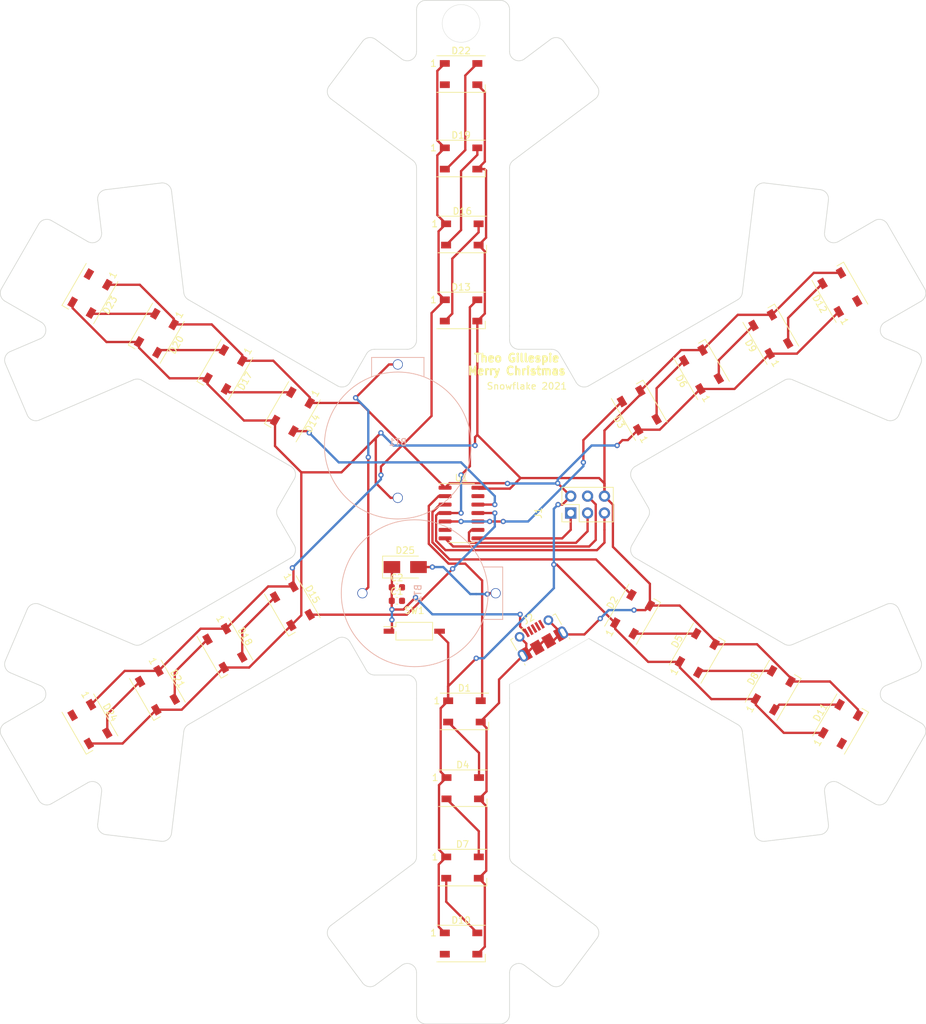
<source format=kicad_pcb>
(kicad_pcb (version 20171130) (host pcbnew "(5.1.12)-1")

  (general
    (thickness 1.6)
    (drawings 167)
    (tracks 351)
    (zones 0)
    (modules 33)
    (nets 45)
  )

  (page A4)
  (layers
    (0 F.Cu signal)
    (31 B.Cu signal)
    (32 B.Adhes user)
    (33 F.Adhes user)
    (34 B.Paste user)
    (35 F.Paste user)
    (36 B.SilkS user)
    (37 F.SilkS user)
    (38 B.Mask user)
    (39 F.Mask user)
    (40 Dwgs.User user)
    (41 Cmts.User user)
    (42 Eco1.User user)
    (43 Eco2.User user)
    (44 Edge.Cuts user)
    (45 Margin user)
    (46 B.CrtYd user)
    (47 F.CrtYd user)
    (48 B.Fab user)
    (49 F.Fab user)
  )

  (setup
    (last_trace_width 0.35)
    (user_trace_width 0.35)
    (user_trace_width 0.45)
    (trace_clearance 0.2)
    (zone_clearance 0.508)
    (zone_45_only no)
    (trace_min 0.2)
    (via_size 0.8)
    (via_drill 0.4)
    (via_min_size 0.4)
    (via_min_drill 0.3)
    (uvia_size 0.3)
    (uvia_drill 0.1)
    (uvias_allowed no)
    (uvia_min_size 0.2)
    (uvia_min_drill 0.1)
    (edge_width 0.05)
    (segment_width 0.2)
    (pcb_text_width 0.3)
    (pcb_text_size 1.5 1.5)
    (mod_edge_width 0.12)
    (mod_text_size 1 1)
    (mod_text_width 0.15)
    (pad_size 1.524 1.524)
    (pad_drill 0.762)
    (pad_to_mask_clearance 0)
    (aux_axis_origin 0 0)
    (visible_elements 7FFFFFFF)
    (pcbplotparams
      (layerselection 0x010fc_ffffffff)
      (usegerberextensions false)
      (usegerberattributes true)
      (usegerberadvancedattributes true)
      (creategerberjobfile true)
      (excludeedgelayer true)
      (linewidth 0.100000)
      (plotframeref false)
      (viasonmask false)
      (mode 1)
      (useauxorigin false)
      (hpglpennumber 1)
      (hpglpenspeed 20)
      (hpglpendiameter 15.000000)
      (psnegative false)
      (psa4output false)
      (plotreference true)
      (plotvalue true)
      (plotinvisibletext false)
      (padsonsilk false)
      (subtractmaskfromsilk false)
      (outputformat 1)
      (mirror false)
      (drillshape 1)
      (scaleselection 1)
      (outputdirectory ""))
  )

  (net 0 "")
  (net 1 +5V)
  (net 2 "Net-(D1-Pad2)")
  (net 3 LED1)
  (net 4 GND)
  (net 5 LED2)
  (net 6 "Net-(D2-Pad2)")
  (net 7 LED3)
  (net 8 "Net-(D3-Pad2)")
  (net 9 "Net-(D4-Pad2)")
  (net 10 "Net-(D5-Pad2)")
  (net 11 "Net-(D6-Pad2)")
  (net 12 "Net-(D10-Pad4)")
  (net 13 "Net-(D11-Pad4)")
  (net 14 "Net-(D12-Pad4)")
  (net 15 "Net-(D10-Pad2)")
  (net 16 "Net-(D11-Pad2)")
  (net 17 "Net-(D12-Pad2)")
  (net 18 LED4)
  (net 19 "Net-(D13-Pad2)")
  (net 20 LED5)
  (net 21 "Net-(D14-Pad2)")
  (net 22 LED6)
  (net 23 "Net-(D15-Pad2)")
  (net 24 "Net-(D16-Pad2)")
  (net 25 "Net-(D17-Pad2)")
  (net 26 "Net-(D18-Pad2)")
  (net 27 "Net-(D19-Pad2)")
  (net 28 "Net-(D20-Pad2)")
  (net 29 "Net-(D21-Pad2)")
  (net 30 "Net-(D22-Pad2)")
  (net 31 "Net-(D23-Pad2)")
  (net 32 "Net-(D24-Pad2)")
  (net 33 MISO)
  (net 34 SCK)
  (net 35 MOSI)
  (net 36 "Net-(J2-Pad2)")
  (net 37 "Net-(J2-Pad4)")
  (net 38 "Net-(J2-Pad3)")
  (net 39 "Net-(U1-Pad6)")
  (net 40 "Net-(U1-Pad10)")
  (net 41 "Net-(U1-Pad13)")
  (net 42 "Net-(BT1-Pad1)")
  (net 43 "Net-(BT2-Pad1)")
  (net 44 +5VA)

  (net_class Default "This is the default net class."
    (clearance 0.2)
    (trace_width 0.25)
    (via_dia 0.8)
    (via_drill 0.4)
    (uvia_dia 0.3)
    (uvia_drill 0.1)
    (add_net +5V)
    (add_net +5VA)
    (add_net GND)
    (add_net LED1)
    (add_net LED2)
    (add_net LED3)
    (add_net LED4)
    (add_net LED5)
    (add_net LED6)
    (add_net MISO)
    (add_net MOSI)
    (add_net "Net-(BT1-Pad1)")
    (add_net "Net-(BT2-Pad1)")
    (add_net "Net-(D1-Pad2)")
    (add_net "Net-(D10-Pad2)")
    (add_net "Net-(D10-Pad4)")
    (add_net "Net-(D11-Pad2)")
    (add_net "Net-(D11-Pad4)")
    (add_net "Net-(D12-Pad2)")
    (add_net "Net-(D12-Pad4)")
    (add_net "Net-(D13-Pad2)")
    (add_net "Net-(D14-Pad2)")
    (add_net "Net-(D15-Pad2)")
    (add_net "Net-(D16-Pad2)")
    (add_net "Net-(D17-Pad2)")
    (add_net "Net-(D18-Pad2)")
    (add_net "Net-(D19-Pad2)")
    (add_net "Net-(D2-Pad2)")
    (add_net "Net-(D20-Pad2)")
    (add_net "Net-(D21-Pad2)")
    (add_net "Net-(D22-Pad2)")
    (add_net "Net-(D23-Pad2)")
    (add_net "Net-(D24-Pad2)")
    (add_net "Net-(D3-Pad2)")
    (add_net "Net-(D4-Pad2)")
    (add_net "Net-(D5-Pad2)")
    (add_net "Net-(D6-Pad2)")
    (add_net "Net-(J2-Pad2)")
    (add_net "Net-(J2-Pad3)")
    (add_net "Net-(J2-Pad4)")
    (add_net "Net-(U1-Pad10)")
    (add_net "Net-(U1-Pad13)")
    (add_net "Net-(U1-Pad6)")
    (add_net SCK)
  )

  (module Button_Switch_SMD:SW_DIP_SPSTx01_Slide_Copal_CHS-01B_W7.62mm_P1.27mm (layer F.Cu) (tedit 5A4E1407) (tstamp 61B32657)
    (at 146.621 116.84)
    (descr "SMD 1x-dip-switch SPST Copal_CHS-01B, Slide, row spacing 7.62 mm (300 mils), body size  (see http://www.nidec-copal-electronics.com/e/catalog/switch/chs.pdf), SMD")
    (tags "SMD DIP Switch SPST Slide 7.62mm 300mil SMD")
    (path /61B2847E)
    (attr smd)
    (fp_text reference SW1 (at 0 -3.11) (layer F.SilkS)
      (effects (font (size 1 1) (thickness 0.15)))
    )
    (fp_text value SW_DIP_x01 (at 0 3.11) (layer F.Fab)
      (effects (font (size 1 1) (thickness 0.15)))
    )
    (fp_text user on (at 0.8975 -1.3425) (layer F.Fab)
      (effects (font (size 0.6 0.6) (thickness 0.09)))
    )
    (fp_text user %R (at 2.58 0 90) (layer F.Fab)
      (effects (font (size 0.6 0.6) (thickness 0.09)))
    )
    (fp_line (start -1.7 -1.27) (end 2.7 -1.27) (layer F.Fab) (width 0.1))
    (fp_line (start 2.7 -1.27) (end 2.7 1.27) (layer F.Fab) (width 0.1))
    (fp_line (start 2.7 1.27) (end -2.7 1.27) (layer F.Fab) (width 0.1))
    (fp_line (start -2.7 1.27) (end -2.7 -0.27) (layer F.Fab) (width 0.1))
    (fp_line (start -2.7 -0.27) (end -1.7 -1.27) (layer F.Fab) (width 0.1))
    (fp_line (start -1.5 -0.25) (end -1.5 0.25) (layer F.Fab) (width 0.1))
    (fp_line (start -1.5 0.25) (end 1.5 0.25) (layer F.Fab) (width 0.1))
    (fp_line (start 1.5 0.25) (end 1.5 -0.25) (layer F.Fab) (width 0.1))
    (fp_line (start 1.5 -0.25) (end -1.5 -0.25) (layer F.Fab) (width 0.1))
    (fp_line (start -1.5 -0.15) (end -0.5 -0.15) (layer F.Fab) (width 0.1))
    (fp_line (start -1.5 -0.05) (end -0.5 -0.05) (layer F.Fab) (width 0.1))
    (fp_line (start -1.5 0.05) (end -0.5 0.05) (layer F.Fab) (width 0.1))
    (fp_line (start -1.5 0.15) (end -0.5 0.15) (layer F.Fab) (width 0.1))
    (fp_line (start -0.5 -0.25) (end -0.5 0.25) (layer F.Fab) (width 0.1))
    (fp_line (start -2.76 1.33) (end 2.76 1.33) (layer F.SilkS) (width 0.12))
    (fp_line (start -4.61 -0.68) (end -2.76 -0.68) (layer F.SilkS) (width 0.12))
    (fp_line (start -2.76 -1.33) (end -2.76 -0.68) (layer F.SilkS) (width 0.12))
    (fp_line (start -2.76 -1.33) (end 2.76 -1.33) (layer F.SilkS) (width 0.12))
    (fp_line (start 2.76 -1.33) (end 2.76 -0.061) (layer F.SilkS) (width 0.12))
    (fp_line (start -2.76 0.061) (end -2.76 1.33) (layer F.SilkS) (width 0.12))
    (fp_line (start 2.76 0.061) (end 2.76 1.33) (layer F.SilkS) (width 0.12))
    (fp_line (start -4.9 -1.6) (end -4.9 1.6) (layer F.CrtYd) (width 0.05))
    (fp_line (start -4.9 1.6) (end 4.9 1.6) (layer F.CrtYd) (width 0.05))
    (fp_line (start 4.9 1.6) (end 4.9 -1.6) (layer F.CrtYd) (width 0.05))
    (fp_line (start 4.9 -1.6) (end -4.9 -1.6) (layer F.CrtYd) (width 0.05))
    (pad 2 smd rect (at 3.81 0) (size 1.6 0.76) (layers F.Cu F.Paste F.Mask)
      (net 1 +5V))
    (pad 1 smd rect (at -3.81 0) (size 1.6 0.76) (layers F.Cu F.Paste F.Mask)
      (net 44 +5VA))
    (model ${KISYS3DMOD}/Button_Switch_SMD.3dshapes/SW_DIP_SPSTx01_Slide_Copal_CHS-01B_W7.62mm_P1.27mm.wrl
      (at (xyz 0 0 0))
      (scale (xyz 1 1 1))
      (rotate (xyz 0 0 0))
    )
  )

  (module Connector_PinHeader_2.54mm:PinHeader_2x03_P2.54mm_Vertical (layer F.Cu) (tedit 59FED5CC) (tstamp 61B325F5)
    (at 170.18 99.06 90)
    (descr "Through hole straight pin header, 2x03, 2.54mm pitch, double rows")
    (tags "Through hole pin header THT 2x03 2.54mm double row")
    (path /61B345AB)
    (fp_text reference J1 (at 0 -4.87 90) (layer F.SilkS)
      (effects (font (size 1 1) (thickness 0.15)))
    )
    (fp_text value AVR-ISP-6 (at 0 4.87 90) (layer F.Fab)
      (effects (font (size 1 1) (thickness 0.15)))
    )
    (fp_text user %R (at 0 0) (layer F.Fab)
      (effects (font (size 1 1) (thickness 0.15)))
    )
    (fp_line (start 0 -1.27) (end 3.81 -1.27) (layer F.Fab) (width 0.1))
    (fp_line (start 3.81 -1.27) (end 3.81 6.35) (layer F.Fab) (width 0.1))
    (fp_line (start 3.81 6.35) (end -1.27 6.35) (layer F.Fab) (width 0.1))
    (fp_line (start -1.27 6.35) (end -1.27 0) (layer F.Fab) (width 0.1))
    (fp_line (start -1.27 0) (end 0 -1.27) (layer F.Fab) (width 0.1))
    (fp_line (start -1.33 6.41) (end 3.87 6.41) (layer F.SilkS) (width 0.12))
    (fp_line (start -1.33 1.27) (end -1.33 6.41) (layer F.SilkS) (width 0.12))
    (fp_line (start 3.87 -1.33) (end 3.87 6.41) (layer F.SilkS) (width 0.12))
    (fp_line (start -1.33 1.27) (end 1.27 1.27) (layer F.SilkS) (width 0.12))
    (fp_line (start 1.27 1.27) (end 1.27 -1.33) (layer F.SilkS) (width 0.12))
    (fp_line (start 1.27 -1.33) (end 3.87 -1.33) (layer F.SilkS) (width 0.12))
    (fp_line (start -1.33 0) (end -1.33 -1.33) (layer F.SilkS) (width 0.12))
    (fp_line (start -1.33 -1.33) (end 0 -1.33) (layer F.SilkS) (width 0.12))
    (fp_line (start -1.8 -1.8) (end -1.8 6.85) (layer F.CrtYd) (width 0.05))
    (fp_line (start -1.8 6.85) (end 4.35 6.85) (layer F.CrtYd) (width 0.05))
    (fp_line (start 4.35 6.85) (end 4.35 -1.8) (layer F.CrtYd) (width 0.05))
    (fp_line (start 4.35 -1.8) (end -1.8 -1.8) (layer F.CrtYd) (width 0.05))
    (pad 6 thru_hole oval (at 2.54 5.08 90) (size 1.7 1.7) (drill 1) (layers *.Cu *.Mask)
      (net 4 GND))
    (pad 5 thru_hole oval (at 0 5.08 90) (size 1.7 1.7) (drill 1) (layers *.Cu *.Mask)
      (net 18 LED4))
    (pad 4 thru_hole oval (at 2.54 2.54 90) (size 1.7 1.7) (drill 1) (layers *.Cu *.Mask)
      (net 35 MOSI))
    (pad 3 thru_hole oval (at 0 2.54 90) (size 1.7 1.7) (drill 1) (layers *.Cu *.Mask)
      (net 34 SCK))
    (pad 2 thru_hole oval (at 2.54 0 90) (size 1.7 1.7) (drill 1) (layers *.Cu *.Mask)
      (net 1 +5V))
    (pad 1 thru_hole rect (at 0 0 90) (size 1.7 1.7) (drill 1) (layers *.Cu *.Mask)
      (net 33 MISO))
    (model ${KISYS3DMOD}/Connector_PinHeader_2.54mm.3dshapes/PinHeader_2x03_P2.54mm_Vertical.wrl
      (at (xyz 0 0 0))
      (scale (xyz 1 1 1))
      (rotate (xyz 0 0 0))
    )
  )

  (module LED_SMD:LED_WS2812B_PLCC4_5.0x5.0mm_P3.2mm (layer F.Cu) (tedit 5AA4B285) (tstamp 61B323C2)
    (at 180.500641 83.6039 120)
    (descr https://cdn-shop.adafruit.com/datasheets/WS2812B.pdf)
    (tags "LED RGB NeoPixel")
    (path /61B0BBF9)
    (attr smd)
    (fp_text reference D3 (at 0 -3.5 120) (layer F.SilkS)
      (effects (font (size 1 1) (thickness 0.15)))
    )
    (fp_text value WS2812C (at 0 4 120) (layer F.Fab)
      (effects (font (size 1 1) (thickness 0.15)))
    )
    (fp_circle (center 0 0) (end 0 -2) (layer F.Fab) (width 0.1))
    (fp_line (start 3.65 2.75) (end 3.65 1.6) (layer F.SilkS) (width 0.12))
    (fp_line (start -3.65 2.75) (end 3.65 2.75) (layer F.SilkS) (width 0.12))
    (fp_line (start -3.65 -2.75) (end 3.65 -2.75) (layer F.SilkS) (width 0.12))
    (fp_line (start 2.5 -2.5) (end -2.5 -2.5) (layer F.Fab) (width 0.1))
    (fp_line (start 2.5 2.5) (end 2.5 -2.5) (layer F.Fab) (width 0.1))
    (fp_line (start -2.5 2.5) (end 2.5 2.5) (layer F.Fab) (width 0.1))
    (fp_line (start -2.5 -2.5) (end -2.5 2.5) (layer F.Fab) (width 0.1))
    (fp_line (start 2.5 1.5) (end 1.5 2.5) (layer F.Fab) (width 0.1))
    (fp_line (start -3.45 -2.75) (end -3.45 2.75) (layer F.CrtYd) (width 0.05))
    (fp_line (start -3.45 2.75) (end 3.45 2.75) (layer F.CrtYd) (width 0.05))
    (fp_line (start 3.45 2.75) (end 3.45 -2.75) (layer F.CrtYd) (width 0.05))
    (fp_line (start 3.45 -2.75) (end -3.45 -2.75) (layer F.CrtYd) (width 0.05))
    (fp_text user 1 (at -4.15 -1.6 120) (layer F.SilkS)
      (effects (font (size 1 1) (thickness 0.15)))
    )
    (fp_text user %R (at 0 0 120) (layer F.Fab)
      (effects (font (size 0.8 0.8) (thickness 0.15)))
    )
    (pad 3 smd rect (at 2.45 1.6 120) (size 1.5 1) (layers F.Cu F.Paste F.Mask)
      (net 4 GND))
    (pad 4 smd rect (at 2.45 -1.6 120) (size 1.5 1) (layers F.Cu F.Paste F.Mask)
      (net 7 LED3))
    (pad 2 smd rect (at -2.45 1.6 120) (size 1.5 1) (layers F.Cu F.Paste F.Mask)
      (net 8 "Net-(D3-Pad2)"))
    (pad 1 smd rect (at -2.45 -1.6 120) (size 1.5 1) (layers F.Cu F.Paste F.Mask)
      (net 1 +5V))
    (model ${KISYS3DMOD}/LED_SMD.3dshapes/LED_WS2812B_PLCC4_5.0x5.0mm_P3.2mm.wrl
      (at (xyz 0 0 0))
      (scale (xyz 1 1 1))
      (rotate (xyz 0 0 0))
    )
  )

  (module LED_SMD:LED_WS2812B_PLCC4_5.0x5.0mm_P3.2mm (layer F.Cu) (tedit 5AA4B285) (tstamp 61B323AB)
    (at 179.4891 114.3 60)
    (descr https://cdn-shop.adafruit.com/datasheets/WS2812B.pdf)
    (tags "LED RGB NeoPixel")
    (path /61B067F9)
    (attr smd)
    (fp_text reference D2 (at 0 -3.5 60) (layer F.SilkS)
      (effects (font (size 1 1) (thickness 0.15)))
    )
    (fp_text value WS2812C (at 0 4 60) (layer F.Fab)
      (effects (font (size 1 1) (thickness 0.15)))
    )
    (fp_circle (center 0 0) (end 0 -2) (layer F.Fab) (width 0.1))
    (fp_line (start 3.65 2.75) (end 3.65 1.6) (layer F.SilkS) (width 0.12))
    (fp_line (start -3.65 2.75) (end 3.65 2.75) (layer F.SilkS) (width 0.12))
    (fp_line (start -3.65 -2.75) (end 3.65 -2.75) (layer F.SilkS) (width 0.12))
    (fp_line (start 2.5 -2.5) (end -2.5 -2.5) (layer F.Fab) (width 0.1))
    (fp_line (start 2.5 2.5) (end 2.5 -2.5) (layer F.Fab) (width 0.1))
    (fp_line (start -2.5 2.5) (end 2.5 2.5) (layer F.Fab) (width 0.1))
    (fp_line (start -2.5 -2.5) (end -2.5 2.5) (layer F.Fab) (width 0.1))
    (fp_line (start 2.5 1.5) (end 1.5 2.5) (layer F.Fab) (width 0.1))
    (fp_line (start -3.45 -2.75) (end -3.45 2.75) (layer F.CrtYd) (width 0.05))
    (fp_line (start -3.45 2.75) (end 3.45 2.75) (layer F.CrtYd) (width 0.05))
    (fp_line (start 3.45 2.75) (end 3.45 -2.75) (layer F.CrtYd) (width 0.05))
    (fp_line (start 3.45 -2.75) (end -3.45 -2.75) (layer F.CrtYd) (width 0.05))
    (fp_text user 1 (at -4.15 -1.6 60) (layer F.SilkS)
      (effects (font (size 1 1) (thickness 0.15)))
    )
    (fp_text user %R (at 0 0 60) (layer F.Fab)
      (effects (font (size 0.8 0.8) (thickness 0.15)))
    )
    (pad 3 smd rect (at 2.45 1.6 60) (size 1.5 1) (layers F.Cu F.Paste F.Mask)
      (net 4 GND))
    (pad 4 smd rect (at 2.45 -1.6 60) (size 1.5 1) (layers F.Cu F.Paste F.Mask)
      (net 5 LED2))
    (pad 2 smd rect (at -2.45 1.6 60) (size 1.5 1) (layers F.Cu F.Paste F.Mask)
      (net 6 "Net-(D2-Pad2)"))
    (pad 1 smd rect (at -2.45 -1.6 60) (size 1.5 1) (layers F.Cu F.Paste F.Mask)
      (net 1 +5V))
    (model ${KISYS3DMOD}/LED_SMD.3dshapes/LED_WS2812B_PLCC4_5.0x5.0mm_P3.2mm.wrl
      (at (xyz 0 0 0))
      (scale (xyz 1 1 1))
      (rotate (xyz 0 0 0))
    )
  )

  (module "Kicad things:c2032Horizontal" (layer B.Cu) (tedit 61B2BE37) (tstamp 61B34618)
    (at 144.145 88.9)
    (path /61B17425)
    (fp_text reference BT1 (at 0 -0.5) (layer B.SilkS)
      (effects (font (size 1 1) (thickness 0.15)) (justify mirror))
    )
    (fp_text value 3v (at 0 0.5) (layer B.Fab)
      (effects (font (size 1 1) (thickness 0.15)) (justify mirror))
    )
    (fp_circle (center 0 0) (end 11.05 0) (layer B.SilkS) (width 0.12))
    (fp_line (start 0 -13.25) (end -3.95 -13.25) (layer B.SilkS) (width 0.12))
    (fp_line (start 0 -13.25) (end 3.95 -13.25) (layer B.SilkS) (width 0.12))
    (fp_line (start -3.95 -13.25) (end -3.9497 -10.3251) (layer B.SilkS) (width 0.12))
    (fp_line (start 3.937 -13.2666) (end 3.9373 -10.3417) (layer B.SilkS) (width 0.12))
    (pad 2 thru_hole circle (at 0 7.874) (size 1.524 1.524) (drill 1.3) (layers *.Cu *.Mask)
      (net 4 GND))
    (pad 1 thru_hole circle (at 0 -12.192) (size 1.524 1.524) (drill 1.3) (layers *.Cu *.Mask)
      (net 42 "Net-(BT1-Pad1)") (die_length 1))
  )

  (module "Kicad things:c2032Horizontal" (layer B.Cu) (tedit 61B2BE37) (tstamp 61B3235B)
    (at 146.685 111.125 270)
    (path /61B196F9)
    (fp_text reference BT2 (at 0 -0.5 90) (layer B.SilkS)
      (effects (font (size 1 1) (thickness 0.15)) (justify mirror))
    )
    (fp_text value 3v (at 0 0.5 90) (layer B.Fab)
      (effects (font (size 1 1) (thickness 0.15)) (justify mirror))
    )
    (fp_line (start 3.937 -13.2666) (end 3.9373 -10.3417) (layer B.SilkS) (width 0.12))
    (fp_line (start -3.95 -13.25) (end -3.9497 -10.3251) (layer B.SilkS) (width 0.12))
    (fp_line (start 0 -13.25) (end 3.95 -13.25) (layer B.SilkS) (width 0.12))
    (fp_line (start 0 -13.25) (end -3.95 -13.25) (layer B.SilkS) (width 0.12))
    (fp_circle (center 0 0) (end 11.05 0) (layer B.SilkS) (width 0.12))
    (pad 1 thru_hole circle (at 0 -12.192 270) (size 1.524 1.524) (drill 1.3) (layers *.Cu *.Mask)
      (net 43 "Net-(BT2-Pad1)") (die_length 1))
    (pad 2 thru_hole circle (at 0 7.874 270) (size 1.524 1.524) (drill 1.3) (layers *.Cu *.Mask)
      (net 42 "Net-(BT1-Pad1)"))
  )

  (module Capacitor_SMD:C_0603_1608Metric (layer F.Cu) (tedit 5F68FEEE) (tstamp 61B3236C)
    (at 144.005 112.268)
    (descr "Capacitor SMD 0603 (1608 Metric), square (rectangular) end terminal, IPC_7351 nominal, (Body size source: IPC-SM-782 page 76, https://www.pcb-3d.com/wordpress/wp-content/uploads/ipc-sm-782a_amendment_1_and_2.pdf), generated with kicad-footprint-generator")
    (tags capacitor)
    (path /61B34C0F)
    (attr smd)
    (fp_text reference C1 (at 0 -1.43) (layer F.SilkS)
      (effects (font (size 1 1) (thickness 0.15)))
    )
    (fp_text value .1uF (at 0 1.43) (layer F.Fab)
      (effects (font (size 1 1) (thickness 0.15)))
    )
    (fp_line (start 1.48 0.73) (end -1.48 0.73) (layer F.CrtYd) (width 0.05))
    (fp_line (start 1.48 -0.73) (end 1.48 0.73) (layer F.CrtYd) (width 0.05))
    (fp_line (start -1.48 -0.73) (end 1.48 -0.73) (layer F.CrtYd) (width 0.05))
    (fp_line (start -1.48 0.73) (end -1.48 -0.73) (layer F.CrtYd) (width 0.05))
    (fp_line (start -0.14058 0.51) (end 0.14058 0.51) (layer F.SilkS) (width 0.12))
    (fp_line (start -0.14058 -0.51) (end 0.14058 -0.51) (layer F.SilkS) (width 0.12))
    (fp_line (start 0.8 0.4) (end -0.8 0.4) (layer F.Fab) (width 0.1))
    (fp_line (start 0.8 -0.4) (end 0.8 0.4) (layer F.Fab) (width 0.1))
    (fp_line (start -0.8 -0.4) (end 0.8 -0.4) (layer F.Fab) (width 0.1))
    (fp_line (start -0.8 0.4) (end -0.8 -0.4) (layer F.Fab) (width 0.1))
    (fp_text user %R (at 0 0) (layer F.Fab)
      (effects (font (size 0.4 0.4) (thickness 0.06)))
    )
    (pad 1 smd roundrect (at -0.775 0) (size 0.9 0.95) (layers F.Cu F.Paste F.Mask) (roundrect_rratio 0.25)
      (net 44 +5VA))
    (pad 2 smd roundrect (at 0.775 0) (size 0.9 0.95) (layers F.Cu F.Paste F.Mask) (roundrect_rratio 0.25)
      (net 4 GND))
    (model ${KISYS3DMOD}/Capacitor_SMD.3dshapes/C_0603_1608Metric.wrl
      (at (xyz 0 0 0))
      (scale (xyz 1 1 1))
      (rotate (xyz 0 0 0))
    )
  )

  (module Capacitor_SMD:C_0603_1608Metric (layer F.Cu) (tedit 5F68FEEE) (tstamp 61B3237D)
    (at 144.005 110.236)
    (descr "Capacitor SMD 0603 (1608 Metric), square (rectangular) end terminal, IPC_7351 nominal, (Body size source: IPC-SM-782 page 76, https://www.pcb-3d.com/wordpress/wp-content/uploads/ipc-sm-782a_amendment_1_and_2.pdf), generated with kicad-footprint-generator")
    (tags capacitor)
    (path /61B37ADE)
    (attr smd)
    (fp_text reference C2 (at 0 -1.43) (layer F.SilkS)
      (effects (font (size 1 1) (thickness 0.15)))
    )
    (fp_text value 10uF (at 0 1.43) (layer F.Fab)
      (effects (font (size 1 1) (thickness 0.15)))
    )
    (fp_line (start -0.8 0.4) (end -0.8 -0.4) (layer F.Fab) (width 0.1))
    (fp_line (start -0.8 -0.4) (end 0.8 -0.4) (layer F.Fab) (width 0.1))
    (fp_line (start 0.8 -0.4) (end 0.8 0.4) (layer F.Fab) (width 0.1))
    (fp_line (start 0.8 0.4) (end -0.8 0.4) (layer F.Fab) (width 0.1))
    (fp_line (start -0.14058 -0.51) (end 0.14058 -0.51) (layer F.SilkS) (width 0.12))
    (fp_line (start -0.14058 0.51) (end 0.14058 0.51) (layer F.SilkS) (width 0.12))
    (fp_line (start -1.48 0.73) (end -1.48 -0.73) (layer F.CrtYd) (width 0.05))
    (fp_line (start -1.48 -0.73) (end 1.48 -0.73) (layer F.CrtYd) (width 0.05))
    (fp_line (start 1.48 -0.73) (end 1.48 0.73) (layer F.CrtYd) (width 0.05))
    (fp_line (start 1.48 0.73) (end -1.48 0.73) (layer F.CrtYd) (width 0.05))
    (fp_text user %R (at 0 0) (layer F.Fab)
      (effects (font (size 0.4 0.4) (thickness 0.06)))
    )
    (pad 2 smd roundrect (at 0.775 0) (size 0.9 0.95) (layers F.Cu F.Paste F.Mask) (roundrect_rratio 0.25)
      (net 4 GND))
    (pad 1 smd roundrect (at -0.775 0) (size 0.9 0.95) (layers F.Cu F.Paste F.Mask) (roundrect_rratio 0.25)
      (net 44 +5VA))
    (model ${KISYS3DMOD}/Capacitor_SMD.3dshapes/C_0603_1608Metric.wrl
      (at (xyz 0 0 0))
      (scale (xyz 1 1 1))
      (rotate (xyz 0 0 0))
    )
  )

  (module LED_SMD:LED_WS2812B_PLCC4_5.0x5.0mm_P3.2mm (layer F.Cu) (tedit 5AA4B285) (tstamp 61B32394)
    (at 154.178 128.905)
    (descr https://cdn-shop.adafruit.com/datasheets/WS2812B.pdf)
    (tags "LED RGB NeoPixel")
    (path /61AFE425)
    (attr smd)
    (fp_text reference D1 (at 0 -3.5) (layer F.SilkS)
      (effects (font (size 1 1) (thickness 0.15)))
    )
    (fp_text value WS2812C (at 0 4) (layer F.Fab)
      (effects (font (size 1 1) (thickness 0.15)))
    )
    (fp_line (start 3.45 -2.75) (end -3.45 -2.75) (layer F.CrtYd) (width 0.05))
    (fp_line (start 3.45 2.75) (end 3.45 -2.75) (layer F.CrtYd) (width 0.05))
    (fp_line (start -3.45 2.75) (end 3.45 2.75) (layer F.CrtYd) (width 0.05))
    (fp_line (start -3.45 -2.75) (end -3.45 2.75) (layer F.CrtYd) (width 0.05))
    (fp_line (start 2.5 1.5) (end 1.5 2.5) (layer F.Fab) (width 0.1))
    (fp_line (start -2.5 -2.5) (end -2.5 2.5) (layer F.Fab) (width 0.1))
    (fp_line (start -2.5 2.5) (end 2.5 2.5) (layer F.Fab) (width 0.1))
    (fp_line (start 2.5 2.5) (end 2.5 -2.5) (layer F.Fab) (width 0.1))
    (fp_line (start 2.5 -2.5) (end -2.5 -2.5) (layer F.Fab) (width 0.1))
    (fp_line (start -3.65 -2.75) (end 3.65 -2.75) (layer F.SilkS) (width 0.12))
    (fp_line (start -3.65 2.75) (end 3.65 2.75) (layer F.SilkS) (width 0.12))
    (fp_line (start 3.65 2.75) (end 3.65 1.6) (layer F.SilkS) (width 0.12))
    (fp_circle (center 0 0) (end 0 -2) (layer F.Fab) (width 0.1))
    (fp_text user %R (at 0 0) (layer F.Fab)
      (effects (font (size 0.8 0.8) (thickness 0.15)))
    )
    (fp_text user 1 (at -4.15 -1.6) (layer F.SilkS)
      (effects (font (size 1 1) (thickness 0.15)))
    )
    (pad 1 smd rect (at -2.45 -1.6) (size 1.5 1) (layers F.Cu F.Paste F.Mask)
      (net 1 +5V))
    (pad 2 smd rect (at -2.45 1.6) (size 1.5 1) (layers F.Cu F.Paste F.Mask)
      (net 2 "Net-(D1-Pad2)"))
    (pad 4 smd rect (at 2.45 -1.6) (size 1.5 1) (layers F.Cu F.Paste F.Mask)
      (net 3 LED1))
    (pad 3 smd rect (at 2.45 1.6) (size 1.5 1) (layers F.Cu F.Paste F.Mask)
      (net 4 GND))
    (model ${KISYS3DMOD}/LED_SMD.3dshapes/LED_WS2812B_PLCC4_5.0x5.0mm_P3.2mm.wrl
      (at (xyz 0 0 0))
      (scale (xyz 1 1 1))
      (rotate (xyz 0 0 0))
    )
  )

  (module LED_SMD:LED_WS2812B_PLCC4_5.0x5.0mm_P3.2mm (layer F.Cu) (tedit 5AA4B285) (tstamp 61B323D9)
    (at 153.924 140.462)
    (descr https://cdn-shop.adafruit.com/datasheets/WS2812B.pdf)
    (tags "LED RGB NeoPixel")
    (path /61AFFFE2)
    (attr smd)
    (fp_text reference D4 (at 0 -3.5) (layer F.SilkS)
      (effects (font (size 1 1) (thickness 0.15)))
    )
    (fp_text value WS2812C (at 0 4) (layer F.Fab)
      (effects (font (size 1 1) (thickness 0.15)))
    )
    (fp_circle (center 0 0) (end 0 -2) (layer F.Fab) (width 0.1))
    (fp_line (start 3.65 2.75) (end 3.65 1.6) (layer F.SilkS) (width 0.12))
    (fp_line (start -3.65 2.75) (end 3.65 2.75) (layer F.SilkS) (width 0.12))
    (fp_line (start -3.65 -2.75) (end 3.65 -2.75) (layer F.SilkS) (width 0.12))
    (fp_line (start 2.5 -2.5) (end -2.5 -2.5) (layer F.Fab) (width 0.1))
    (fp_line (start 2.5 2.5) (end 2.5 -2.5) (layer F.Fab) (width 0.1))
    (fp_line (start -2.5 2.5) (end 2.5 2.5) (layer F.Fab) (width 0.1))
    (fp_line (start -2.5 -2.5) (end -2.5 2.5) (layer F.Fab) (width 0.1))
    (fp_line (start 2.5 1.5) (end 1.5 2.5) (layer F.Fab) (width 0.1))
    (fp_line (start -3.45 -2.75) (end -3.45 2.75) (layer F.CrtYd) (width 0.05))
    (fp_line (start -3.45 2.75) (end 3.45 2.75) (layer F.CrtYd) (width 0.05))
    (fp_line (start 3.45 2.75) (end 3.45 -2.75) (layer F.CrtYd) (width 0.05))
    (fp_line (start 3.45 -2.75) (end -3.45 -2.75) (layer F.CrtYd) (width 0.05))
    (fp_text user 1 (at -4.15 -1.6) (layer F.SilkS)
      (effects (font (size 1 1) (thickness 0.15)))
    )
    (fp_text user %R (at 0 0) (layer F.Fab)
      (effects (font (size 0.8 0.8) (thickness 0.15)))
    )
    (pad 3 smd rect (at 2.45 1.6) (size 1.5 1) (layers F.Cu F.Paste F.Mask)
      (net 4 GND))
    (pad 4 smd rect (at 2.45 -1.6) (size 1.5 1) (layers F.Cu F.Paste F.Mask)
      (net 2 "Net-(D1-Pad2)"))
    (pad 2 smd rect (at -2.45 1.6) (size 1.5 1) (layers F.Cu F.Paste F.Mask)
      (net 9 "Net-(D4-Pad2)"))
    (pad 1 smd rect (at -2.45 -1.6) (size 1.5 1) (layers F.Cu F.Paste F.Mask)
      (net 1 +5V))
    (model ${KISYS3DMOD}/LED_SMD.3dshapes/LED_WS2812B_PLCC4_5.0x5.0mm_P3.2mm.wrl
      (at (xyz 0 0 0))
      (scale (xyz 1 1 1))
      (rotate (xyz 0 0 0))
    )
  )

  (module LED_SMD:LED_WS2812B_PLCC4_5.0x5.0mm_P3.2mm (layer F.Cu) (tedit 5AA4B285) (tstamp 61B323F0)
    (at 189.23 120.1291 60)
    (descr https://cdn-shop.adafruit.com/datasheets/WS2812B.pdf)
    (tags "LED RGB NeoPixel")
    (path /61B067FF)
    (attr smd)
    (fp_text reference D5 (at 0 -3.5 60) (layer F.SilkS)
      (effects (font (size 1 1) (thickness 0.15)))
    )
    (fp_text value WS2812C (at 0 4 60) (layer F.Fab)
      (effects (font (size 1 1) (thickness 0.15)))
    )
    (fp_line (start 3.45 -2.75) (end -3.45 -2.75) (layer F.CrtYd) (width 0.05))
    (fp_line (start 3.45 2.75) (end 3.45 -2.75) (layer F.CrtYd) (width 0.05))
    (fp_line (start -3.45 2.75) (end 3.45 2.75) (layer F.CrtYd) (width 0.05))
    (fp_line (start -3.45 -2.75) (end -3.45 2.75) (layer F.CrtYd) (width 0.05))
    (fp_line (start 2.5 1.5) (end 1.5 2.5) (layer F.Fab) (width 0.1))
    (fp_line (start -2.5 -2.5) (end -2.5 2.5) (layer F.Fab) (width 0.1))
    (fp_line (start -2.5 2.5) (end 2.5 2.5) (layer F.Fab) (width 0.1))
    (fp_line (start 2.5 2.5) (end 2.5 -2.5) (layer F.Fab) (width 0.1))
    (fp_line (start 2.5 -2.5) (end -2.5 -2.5) (layer F.Fab) (width 0.1))
    (fp_line (start -3.65 -2.75) (end 3.65 -2.75) (layer F.SilkS) (width 0.12))
    (fp_line (start -3.65 2.75) (end 3.65 2.75) (layer F.SilkS) (width 0.12))
    (fp_line (start 3.65 2.75) (end 3.65 1.6) (layer F.SilkS) (width 0.12))
    (fp_circle (center 0 0) (end 0 -2) (layer F.Fab) (width 0.1))
    (fp_text user %R (at -0.0508 -0.3683 60) (layer F.Fab)
      (effects (font (size 0.8 0.8) (thickness 0.15)))
    )
    (fp_text user 1 (at -4.15 -1.6 60) (layer F.SilkS)
      (effects (font (size 1 1) (thickness 0.15)))
    )
    (pad 1 smd rect (at -2.45 -1.6 60) (size 1.5 1) (layers F.Cu F.Paste F.Mask)
      (net 1 +5V))
    (pad 2 smd rect (at -2.45 1.6 60) (size 1.5 1) (layers F.Cu F.Paste F.Mask)
      (net 10 "Net-(D5-Pad2)"))
    (pad 4 smd rect (at 2.45 -1.6 60) (size 1.5 1) (layers F.Cu F.Paste F.Mask)
      (net 6 "Net-(D2-Pad2)"))
    (pad 3 smd rect (at 2.45 1.6 60) (size 1.5 1) (layers F.Cu F.Paste F.Mask)
      (net 4 GND))
    (model ${KISYS3DMOD}/LED_SMD.3dshapes/LED_WS2812B_PLCC4_5.0x5.0mm_P3.2mm.wrl
      (at (xyz 0 0 0))
      (scale (xyz 1 1 1))
      (rotate (xyz 0 0 0))
    )
  )

  (module LED_SMD:LED_WS2812B_PLCC4_5.0x5.0mm_P3.2mm (layer F.Cu) (tedit 5AA4B285) (tstamp 61B32407)
    (at 189.865 77.47 120)
    (descr https://cdn-shop.adafruit.com/datasheets/WS2812B.pdf)
    (tags "LED RGB NeoPixel")
    (path /61B0BBFF)
    (attr smd)
    (fp_text reference D6 (at 0 -3.5 120) (layer F.SilkS)
      (effects (font (size 1 1) (thickness 0.15)))
    )
    (fp_text value WS2812C (at 0 4 120) (layer F.Fab)
      (effects (font (size 1 1) (thickness 0.15)))
    )
    (fp_line (start 3.45 -2.75) (end -3.45 -2.75) (layer F.CrtYd) (width 0.05))
    (fp_line (start 3.45 2.75) (end 3.45 -2.75) (layer F.CrtYd) (width 0.05))
    (fp_line (start -3.45 2.75) (end 3.45 2.75) (layer F.CrtYd) (width 0.05))
    (fp_line (start -3.45 -2.75) (end -3.45 2.75) (layer F.CrtYd) (width 0.05))
    (fp_line (start 2.5 1.5) (end 1.5 2.5) (layer F.Fab) (width 0.1))
    (fp_line (start -2.5 -2.5) (end -2.5 2.5) (layer F.Fab) (width 0.1))
    (fp_line (start -2.5 2.5) (end 2.5 2.5) (layer F.Fab) (width 0.1))
    (fp_line (start 2.5 2.5) (end 2.5 -2.5) (layer F.Fab) (width 0.1))
    (fp_line (start 2.5 -2.5) (end -2.5 -2.5) (layer F.Fab) (width 0.1))
    (fp_line (start -3.65 -2.75) (end 3.65 -2.75) (layer F.SilkS) (width 0.12))
    (fp_line (start -3.65 2.75) (end 3.65 2.75) (layer F.SilkS) (width 0.12))
    (fp_line (start 3.65 2.75) (end 3.65 1.6) (layer F.SilkS) (width 0.12))
    (fp_circle (center 0 0) (end 0 -2) (layer F.Fab) (width 0.1))
    (fp_text user %R (at 0 0 120) (layer F.Fab)
      (effects (font (size 0.8 0.8) (thickness 0.15)))
    )
    (fp_text user 1 (at -4.15 -1.6 120) (layer F.SilkS)
      (effects (font (size 1 1) (thickness 0.15)))
    )
    (pad 1 smd rect (at -2.45 -1.6 120) (size 1.5 1) (layers F.Cu F.Paste F.Mask)
      (net 1 +5V))
    (pad 2 smd rect (at -2.45 1.6 120) (size 1.5 1) (layers F.Cu F.Paste F.Mask)
      (net 11 "Net-(D6-Pad2)"))
    (pad 4 smd rect (at 2.45 -1.6 120) (size 1.5 1) (layers F.Cu F.Paste F.Mask)
      (net 8 "Net-(D3-Pad2)"))
    (pad 3 smd rect (at 2.45 1.6 120) (size 1.5 1) (layers F.Cu F.Paste F.Mask)
      (net 4 GND))
    (model ${KISYS3DMOD}/LED_SMD.3dshapes/LED_WS2812B_PLCC4_5.0x5.0mm_P3.2mm.wrl
      (at (xyz 0 0 0))
      (scale (xyz 1 1 1))
      (rotate (xyz 0 0 0))
    )
  )

  (module LED_SMD:LED_WS2812B_PLCC4_5.0x5.0mm_P3.2mm (layer F.Cu) (tedit 5AA4B285) (tstamp 61B3241E)
    (at 153.8859 152.4)
    (descr https://cdn-shop.adafruit.com/datasheets/WS2812B.pdf)
    (tags "LED RGB NeoPixel")
    (path /61B00737)
    (attr smd)
    (fp_text reference D7 (at 0 -3.5) (layer F.SilkS)
      (effects (font (size 1 1) (thickness 0.15)))
    )
    (fp_text value WS2812C (at 0 4) (layer F.Fab)
      (effects (font (size 1 1) (thickness 0.15)))
    )
    (fp_circle (center 0 0) (end 0 -2) (layer F.Fab) (width 0.1))
    (fp_line (start 3.65 2.75) (end 3.65 1.6) (layer F.SilkS) (width 0.12))
    (fp_line (start -3.65 2.75) (end 3.65 2.75) (layer F.SilkS) (width 0.12))
    (fp_line (start -3.65 -2.75) (end 3.65 -2.75) (layer F.SilkS) (width 0.12))
    (fp_line (start 2.5 -2.5) (end -2.5 -2.5) (layer F.Fab) (width 0.1))
    (fp_line (start 2.5 2.5) (end 2.5 -2.5) (layer F.Fab) (width 0.1))
    (fp_line (start -2.5 2.5) (end 2.5 2.5) (layer F.Fab) (width 0.1))
    (fp_line (start -2.5 -2.5) (end -2.5 2.5) (layer F.Fab) (width 0.1))
    (fp_line (start 2.5 1.5) (end 1.5 2.5) (layer F.Fab) (width 0.1))
    (fp_line (start -3.45 -2.75) (end -3.45 2.75) (layer F.CrtYd) (width 0.05))
    (fp_line (start -3.45 2.75) (end 3.45 2.75) (layer F.CrtYd) (width 0.05))
    (fp_line (start 3.45 2.75) (end 3.45 -2.75) (layer F.CrtYd) (width 0.05))
    (fp_line (start 3.45 -2.75) (end -3.45 -2.75) (layer F.CrtYd) (width 0.05))
    (fp_text user 1 (at -4.15 -1.6) (layer F.SilkS)
      (effects (font (size 1 1) (thickness 0.15)))
    )
    (fp_text user %R (at 0 0) (layer F.Fab)
      (effects (font (size 0.8 0.8) (thickness 0.15)))
    )
    (pad 3 smd rect (at 2.45 1.6) (size 1.5 1) (layers F.Cu F.Paste F.Mask)
      (net 4 GND))
    (pad 4 smd rect (at 2.45 -1.6) (size 1.5 1) (layers F.Cu F.Paste F.Mask)
      (net 9 "Net-(D4-Pad2)"))
    (pad 2 smd rect (at -2.45 1.6) (size 1.5 1) (layers F.Cu F.Paste F.Mask)
      (net 12 "Net-(D10-Pad4)"))
    (pad 1 smd rect (at -2.45 -1.6) (size 1.5 1) (layers F.Cu F.Paste F.Mask)
      (net 1 +5V))
    (model ${KISYS3DMOD}/LED_SMD.3dshapes/LED_WS2812B_PLCC4_5.0x5.0mm_P3.2mm.wrl
      (at (xyz 0 0 0))
      (scale (xyz 1 1 1))
      (rotate (xyz 0 0 0))
    )
  )

  (module LED_SMD:LED_WS2812B_PLCC4_5.0x5.0mm_P3.2mm (layer F.Cu) (tedit 5AA4B285) (tstamp 61B32435)
    (at 200.66 125.73 60)
    (descr https://cdn-shop.adafruit.com/datasheets/WS2812B.pdf)
    (tags "LED RGB NeoPixel")
    (path /61B06805)
    (attr smd)
    (fp_text reference D8 (at 0 -3.5 60) (layer F.SilkS)
      (effects (font (size 1 1) (thickness 0.15)))
    )
    (fp_text value WS2812C (at 0 4 60) (layer F.Fab)
      (effects (font (size 1 1) (thickness 0.15)))
    )
    (fp_circle (center 0 0) (end 0 -2) (layer F.Fab) (width 0.1))
    (fp_line (start 3.65 2.75) (end 3.65 1.6) (layer F.SilkS) (width 0.12))
    (fp_line (start -3.65 2.75) (end 3.65 2.75) (layer F.SilkS) (width 0.12))
    (fp_line (start -3.65 -2.75) (end 3.65 -2.75) (layer F.SilkS) (width 0.12))
    (fp_line (start 2.5 -2.5) (end -2.5 -2.5) (layer F.Fab) (width 0.1))
    (fp_line (start 2.5 2.5) (end 2.5 -2.5) (layer F.Fab) (width 0.1))
    (fp_line (start -2.5 2.5) (end 2.5 2.5) (layer F.Fab) (width 0.1))
    (fp_line (start -2.5 -2.5) (end -2.5 2.5) (layer F.Fab) (width 0.1))
    (fp_line (start 2.5 1.5) (end 1.5 2.5) (layer F.Fab) (width 0.1))
    (fp_line (start -3.45 -2.75) (end -3.45 2.75) (layer F.CrtYd) (width 0.05))
    (fp_line (start -3.45 2.75) (end 3.45 2.75) (layer F.CrtYd) (width 0.05))
    (fp_line (start 3.45 2.75) (end 3.45 -2.75) (layer F.CrtYd) (width 0.05))
    (fp_line (start 3.45 -2.75) (end -3.45 -2.75) (layer F.CrtYd) (width 0.05))
    (fp_text user 1 (at -4.15 -1.6 60) (layer F.SilkS)
      (effects (font (size 1 1) (thickness 0.15)))
    )
    (fp_text user %R (at 0 0 60) (layer F.Fab)
      (effects (font (size 0.8 0.8) (thickness 0.15)))
    )
    (pad 3 smd rect (at 2.45 1.6 60) (size 1.5 1) (layers F.Cu F.Paste F.Mask)
      (net 4 GND))
    (pad 4 smd rect (at 2.45 -1.6 60) (size 1.5 1) (layers F.Cu F.Paste F.Mask)
      (net 10 "Net-(D5-Pad2)"))
    (pad 2 smd rect (at -2.45 1.6 60) (size 1.5 1) (layers F.Cu F.Paste F.Mask)
      (net 13 "Net-(D11-Pad4)"))
    (pad 1 smd rect (at -2.45 -1.6 60) (size 1.5 1) (layers F.Cu F.Paste F.Mask)
      (net 1 +5V))
    (model ${KISYS3DMOD}/LED_SMD.3dshapes/LED_WS2812B_PLCC4_5.0x5.0mm_P3.2mm.wrl
      (at (xyz 0 0 0))
      (scale (xyz 1 1 1))
      (rotate (xyz 0 0 0))
    )
  )

  (module LED_SMD:LED_WS2812B_PLCC4_5.0x5.0mm_P3.2mm (layer F.Cu) (tedit 5AA4B285) (tstamp 61B3244C)
    (at 200.3055 72.1612 120)
    (descr https://cdn-shop.adafruit.com/datasheets/WS2812B.pdf)
    (tags "LED RGB NeoPixel")
    (path /61B0BC05)
    (attr smd)
    (fp_text reference D9 (at 0 -3.5 120) (layer F.SilkS)
      (effects (font (size 1 1) (thickness 0.15)))
    )
    (fp_text value WS2812C (at 0 4 120) (layer F.Fab)
      (effects (font (size 1 1) (thickness 0.15)))
    )
    (fp_circle (center 0 0) (end 0 -2) (layer F.Fab) (width 0.1))
    (fp_line (start 3.65 2.75) (end 3.65 1.6) (layer F.SilkS) (width 0.12))
    (fp_line (start -3.65 2.75) (end 3.65 2.75) (layer F.SilkS) (width 0.12))
    (fp_line (start -3.65 -2.75) (end 3.65 -2.75) (layer F.SilkS) (width 0.12))
    (fp_line (start 2.5 -2.5) (end -2.5 -2.5) (layer F.Fab) (width 0.1))
    (fp_line (start 2.5 2.5) (end 2.5 -2.5) (layer F.Fab) (width 0.1))
    (fp_line (start -2.5 2.5) (end 2.5 2.5) (layer F.Fab) (width 0.1))
    (fp_line (start -2.5 -2.5) (end -2.5 2.5) (layer F.Fab) (width 0.1))
    (fp_line (start 2.5 1.5) (end 1.5 2.5) (layer F.Fab) (width 0.1))
    (fp_line (start -3.45 -2.75) (end -3.45 2.75) (layer F.CrtYd) (width 0.05))
    (fp_line (start -3.45 2.75) (end 3.45 2.75) (layer F.CrtYd) (width 0.05))
    (fp_line (start 3.45 2.75) (end 3.45 -2.75) (layer F.CrtYd) (width 0.05))
    (fp_line (start 3.45 -2.75) (end -3.45 -2.75) (layer F.CrtYd) (width 0.05))
    (fp_text user 1 (at -4.15 -1.6 120) (layer F.SilkS)
      (effects (font (size 1 1) (thickness 0.15)))
    )
    (fp_text user %R (at 0 0 120) (layer F.Fab)
      (effects (font (size 0.8 0.8) (thickness 0.15)))
    )
    (pad 3 smd rect (at 2.45 1.6 120) (size 1.5 1) (layers F.Cu F.Paste F.Mask)
      (net 4 GND))
    (pad 4 smd rect (at 2.45 -1.6 120) (size 1.5 1) (layers F.Cu F.Paste F.Mask)
      (net 11 "Net-(D6-Pad2)"))
    (pad 2 smd rect (at -2.45 1.6 120) (size 1.5 1) (layers F.Cu F.Paste F.Mask)
      (net 14 "Net-(D12-Pad4)"))
    (pad 1 smd rect (at -2.45 -1.6 120) (size 1.5 1) (layers F.Cu F.Paste F.Mask)
      (net 1 +5V))
    (model ${KISYS3DMOD}/LED_SMD.3dshapes/LED_WS2812B_PLCC4_5.0x5.0mm_P3.2mm.wrl
      (at (xyz 0 0 0))
      (scale (xyz 1 1 1))
      (rotate (xyz 0 0 0))
    )
  )

  (module LED_SMD:LED_WS2812B_PLCC4_5.0x5.0mm_P3.2mm (layer F.Cu) (tedit 5AA4B285) (tstamp 61B32463)
    (at 153.67 163.83)
    (descr https://cdn-shop.adafruit.com/datasheets/WS2812B.pdf)
    (tags "LED RGB NeoPixel")
    (path /61B00FEA)
    (attr smd)
    (fp_text reference D10 (at 0 -3.5) (layer F.SilkS)
      (effects (font (size 1 1) (thickness 0.15)))
    )
    (fp_text value WS2812C (at 0 4) (layer F.Fab)
      (effects (font (size 1 1) (thickness 0.15)))
    )
    (fp_line (start 3.45 -2.75) (end -3.45 -2.75) (layer F.CrtYd) (width 0.05))
    (fp_line (start 3.45 2.75) (end 3.45 -2.75) (layer F.CrtYd) (width 0.05))
    (fp_line (start -3.45 2.75) (end 3.45 2.75) (layer F.CrtYd) (width 0.05))
    (fp_line (start -3.45 -2.75) (end -3.45 2.75) (layer F.CrtYd) (width 0.05))
    (fp_line (start 2.5 1.5) (end 1.5 2.5) (layer F.Fab) (width 0.1))
    (fp_line (start -2.5 -2.5) (end -2.5 2.5) (layer F.Fab) (width 0.1))
    (fp_line (start -2.5 2.5) (end 2.5 2.5) (layer F.Fab) (width 0.1))
    (fp_line (start 2.5 2.5) (end 2.5 -2.5) (layer F.Fab) (width 0.1))
    (fp_line (start 2.5 -2.5) (end -2.5 -2.5) (layer F.Fab) (width 0.1))
    (fp_line (start -3.65 -2.75) (end 3.65 -2.75) (layer F.SilkS) (width 0.12))
    (fp_line (start -3.65 2.75) (end 3.65 2.75) (layer F.SilkS) (width 0.12))
    (fp_line (start 3.65 2.75) (end 3.65 1.6) (layer F.SilkS) (width 0.12))
    (fp_circle (center 0 0) (end 0 -2) (layer F.Fab) (width 0.1))
    (fp_text user %R (at -0.2794 -0.1397) (layer F.Fab)
      (effects (font (size 0.8 0.8) (thickness 0.15)))
    )
    (fp_text user 1 (at -4.15 -1.6) (layer F.SilkS)
      (effects (font (size 1 1) (thickness 0.15)))
    )
    (pad 1 smd rect (at -2.45 -1.6) (size 1.5 1) (layers F.Cu F.Paste F.Mask)
      (net 1 +5V))
    (pad 2 smd rect (at -2.45 1.6) (size 1.5 1) (layers F.Cu F.Paste F.Mask)
      (net 15 "Net-(D10-Pad2)"))
    (pad 4 smd rect (at 2.45 -1.6) (size 1.5 1) (layers F.Cu F.Paste F.Mask)
      (net 12 "Net-(D10-Pad4)"))
    (pad 3 smd rect (at 2.45 1.6) (size 1.5 1) (layers F.Cu F.Paste F.Mask)
      (net 4 GND))
    (model ${KISYS3DMOD}/LED_SMD.3dshapes/LED_WS2812B_PLCC4_5.0x5.0mm_P3.2mm.wrl
      (at (xyz 0 0 0))
      (scale (xyz 1 1 1))
      (rotate (xyz 0 0 0))
    )
  )

  (module LED_SMD:LED_WS2812B_PLCC4_5.0x5.0mm_P3.2mm (layer F.Cu) (tedit 5AA4B285) (tstamp 61B3247A)
    (at 210.82 130.81 60)
    (descr https://cdn-shop.adafruit.com/datasheets/WS2812B.pdf)
    (tags "LED RGB NeoPixel")
    (path /61B0680B)
    (attr smd)
    (fp_text reference D11 (at 0 -3.5 60) (layer F.SilkS)
      (effects (font (size 1 1) (thickness 0.15)))
    )
    (fp_text value WS2812C (at 0 4 60) (layer F.Fab)
      (effects (font (size 1 1) (thickness 0.15)))
    )
    (fp_line (start 3.45 -2.75) (end -3.45 -2.75) (layer F.CrtYd) (width 0.05))
    (fp_line (start 3.45 2.75) (end 3.45 -2.75) (layer F.CrtYd) (width 0.05))
    (fp_line (start -3.45 2.75) (end 3.45 2.75) (layer F.CrtYd) (width 0.05))
    (fp_line (start -3.45 -2.75) (end -3.45 2.75) (layer F.CrtYd) (width 0.05))
    (fp_line (start 2.5 1.5) (end 1.5 2.5) (layer F.Fab) (width 0.1))
    (fp_line (start -2.5 -2.5) (end -2.5 2.5) (layer F.Fab) (width 0.1))
    (fp_line (start -2.5 2.5) (end 2.5 2.5) (layer F.Fab) (width 0.1))
    (fp_line (start 2.5 2.5) (end 2.5 -2.5) (layer F.Fab) (width 0.1))
    (fp_line (start 2.5 -2.5) (end -2.5 -2.5) (layer F.Fab) (width 0.1))
    (fp_line (start -3.65 -2.75) (end 3.65 -2.75) (layer F.SilkS) (width 0.12))
    (fp_line (start -3.65 2.75) (end 3.65 2.75) (layer F.SilkS) (width 0.12))
    (fp_line (start 3.65 2.75) (end 3.65 1.6) (layer F.SilkS) (width 0.12))
    (fp_circle (center 0 0) (end 0 -2) (layer F.Fab) (width 0.1))
    (fp_text user %R (at 0 0 60) (layer F.Fab)
      (effects (font (size 0.8 0.8) (thickness 0.15)))
    )
    (fp_text user 1 (at -4.15 -1.6 60) (layer F.SilkS)
      (effects (font (size 1 1) (thickness 0.15)))
    )
    (pad 1 smd rect (at -2.45 -1.6 60) (size 1.5 1) (layers F.Cu F.Paste F.Mask)
      (net 1 +5V))
    (pad 2 smd rect (at -2.45 1.6 60) (size 1.5 1) (layers F.Cu F.Paste F.Mask)
      (net 16 "Net-(D11-Pad2)"))
    (pad 4 smd rect (at 2.45 -1.6 60) (size 1.5 1) (layers F.Cu F.Paste F.Mask)
      (net 13 "Net-(D11-Pad4)"))
    (pad 3 smd rect (at 2.45 1.6 60) (size 1.5 1) (layers F.Cu F.Paste F.Mask)
      (net 4 GND))
    (model ${KISYS3DMOD}/LED_SMD.3dshapes/LED_WS2812B_PLCC4_5.0x5.0mm_P3.2mm.wrl
      (at (xyz 0 0 0))
      (scale (xyz 1 1 1))
      (rotate (xyz 0 0 0))
    )
  )

  (module LED_SMD:LED_WS2812B_PLCC4_5.0x5.0mm_P3.2mm (layer F.Cu) (tedit 5AA4B285) (tstamp 61B32491)
    (at 210.7057 65.8495 120)
    (descr https://cdn-shop.adafruit.com/datasheets/WS2812B.pdf)
    (tags "LED RGB NeoPixel")
    (path /61B0BC0B)
    (attr smd)
    (fp_text reference D12 (at 0 -3.5 120) (layer F.SilkS)
      (effects (font (size 1 1) (thickness 0.15)))
    )
    (fp_text value WS2812C (at 0 4 120) (layer F.Fab)
      (effects (font (size 1 1) (thickness 0.15)))
    )
    (fp_circle (center 0 0) (end 0 -2) (layer F.Fab) (width 0.1))
    (fp_line (start 3.65 2.75) (end 3.65 1.6) (layer F.SilkS) (width 0.12))
    (fp_line (start -3.65 2.75) (end 3.65 2.75) (layer F.SilkS) (width 0.12))
    (fp_line (start -3.65 -2.75) (end 3.65 -2.75) (layer F.SilkS) (width 0.12))
    (fp_line (start 2.5 -2.5) (end -2.5 -2.5) (layer F.Fab) (width 0.1))
    (fp_line (start 2.5 2.5) (end 2.5 -2.5) (layer F.Fab) (width 0.1))
    (fp_line (start -2.5 2.5) (end 2.5 2.5) (layer F.Fab) (width 0.1))
    (fp_line (start -2.5 -2.5) (end -2.5 2.5) (layer F.Fab) (width 0.1))
    (fp_line (start 2.5 1.5) (end 1.5 2.5) (layer F.Fab) (width 0.1))
    (fp_line (start -3.45 -2.75) (end -3.45 2.75) (layer F.CrtYd) (width 0.05))
    (fp_line (start -3.45 2.75) (end 3.45 2.75) (layer F.CrtYd) (width 0.05))
    (fp_line (start 3.45 2.75) (end 3.45 -2.75) (layer F.CrtYd) (width 0.05))
    (fp_line (start 3.45 -2.75) (end -3.45 -2.75) (layer F.CrtYd) (width 0.05))
    (fp_text user 1 (at -4.15 -1.6 120) (layer F.SilkS)
      (effects (font (size 1 1) (thickness 0.15)))
    )
    (fp_text user %R (at 0 0 120) (layer F.Fab)
      (effects (font (size 0.8 0.8) (thickness 0.15)))
    )
    (pad 3 smd rect (at 2.45 1.6 120) (size 1.5 1) (layers F.Cu F.Paste F.Mask)
      (net 4 GND))
    (pad 4 smd rect (at 2.45 -1.6 120) (size 1.5 1) (layers F.Cu F.Paste F.Mask)
      (net 14 "Net-(D12-Pad4)"))
    (pad 2 smd rect (at -2.45 1.6 120) (size 1.5 1) (layers F.Cu F.Paste F.Mask)
      (net 17 "Net-(D12-Pad2)"))
    (pad 1 smd rect (at -2.45 -1.6 120) (size 1.5 1) (layers F.Cu F.Paste F.Mask)
      (net 1 +5V))
    (model ${KISYS3DMOD}/LED_SMD.3dshapes/LED_WS2812B_PLCC4_5.0x5.0mm_P3.2mm.wrl
      (at (xyz 0 0 0))
      (scale (xyz 1 1 1))
      (rotate (xyz 0 0 0))
    )
  )

  (module LED_SMD:LED_WS2812B_PLCC4_5.0x5.0mm_P3.2mm (layer F.Cu) (tedit 5AA4B285) (tstamp 61B324A8)
    (at 153.67 68.58)
    (descr https://cdn-shop.adafruit.com/datasheets/WS2812B.pdf)
    (tags "LED RGB NeoPixel")
    (path /61B1467E)
    (attr smd)
    (fp_text reference D13 (at 0 -3.5) (layer F.SilkS)
      (effects (font (size 1 1) (thickness 0.15)))
    )
    (fp_text value WS2812C (at 0 4) (layer F.Fab)
      (effects (font (size 1 1) (thickness 0.15)))
    )
    (fp_line (start 3.45 -2.75) (end -3.45 -2.75) (layer F.CrtYd) (width 0.05))
    (fp_line (start 3.45 2.75) (end 3.45 -2.75) (layer F.CrtYd) (width 0.05))
    (fp_line (start -3.45 2.75) (end 3.45 2.75) (layer F.CrtYd) (width 0.05))
    (fp_line (start -3.45 -2.75) (end -3.45 2.75) (layer F.CrtYd) (width 0.05))
    (fp_line (start 2.5 1.5) (end 1.5 2.5) (layer F.Fab) (width 0.1))
    (fp_line (start -2.5 -2.5) (end -2.5 2.5) (layer F.Fab) (width 0.1))
    (fp_line (start -2.5 2.5) (end 2.5 2.5) (layer F.Fab) (width 0.1))
    (fp_line (start 2.5 2.5) (end 2.5 -2.5) (layer F.Fab) (width 0.1))
    (fp_line (start 2.5 -2.5) (end -2.5 -2.5) (layer F.Fab) (width 0.1))
    (fp_line (start -3.65 -2.75) (end 3.65 -2.75) (layer F.SilkS) (width 0.12))
    (fp_line (start -3.65 2.75) (end 3.65 2.75) (layer F.SilkS) (width 0.12))
    (fp_line (start 3.65 2.75) (end 3.65 1.6) (layer F.SilkS) (width 0.12))
    (fp_circle (center 0 0) (end 0 -2) (layer F.Fab) (width 0.1))
    (fp_text user %R (at 0 0) (layer F.Fab)
      (effects (font (size 0.8 0.8) (thickness 0.15)))
    )
    (fp_text user 1 (at -4.15 -1.6) (layer F.SilkS)
      (effects (font (size 1 1) (thickness 0.15)))
    )
    (pad 1 smd rect (at -2.45 -1.6) (size 1.5 1) (layers F.Cu F.Paste F.Mask)
      (net 1 +5V))
    (pad 2 smd rect (at -2.45 1.6) (size 1.5 1) (layers F.Cu F.Paste F.Mask)
      (net 19 "Net-(D13-Pad2)"))
    (pad 4 smd rect (at 2.45 -1.6) (size 1.5 1) (layers F.Cu F.Paste F.Mask)
      (net 18 LED4))
    (pad 3 smd rect (at 2.45 1.6) (size 1.5 1) (layers F.Cu F.Paste F.Mask)
      (net 4 GND))
    (model ${KISYS3DMOD}/LED_SMD.3dshapes/LED_WS2812B_PLCC4_5.0x5.0mm_P3.2mm.wrl
      (at (xyz 0 0 0))
      (scale (xyz 1 1 1))
      (rotate (xyz 0 0 0))
    )
  )

  (module LED_SMD:LED_WS2812B_PLCC4_5.0x5.0mm_P3.2mm (layer F.Cu) (tedit 5AA4B285) (tstamp 61B324BF)
    (at 128.27 83.82 240)
    (descr https://cdn-shop.adafruit.com/datasheets/WS2812B.pdf)
    (tags "LED RGB NeoPixel")
    (path /61B146AF)
    (attr smd)
    (fp_text reference D14 (at 0 -3.5 60) (layer F.SilkS)
      (effects (font (size 1 1) (thickness 0.15)))
    )
    (fp_text value WS2812C (at 0 4 60) (layer F.Fab)
      (effects (font (size 1 1) (thickness 0.15)))
    )
    (fp_circle (center 0 0) (end 0 -2) (layer F.Fab) (width 0.1))
    (fp_line (start 3.65 2.75) (end 3.65 1.6) (layer F.SilkS) (width 0.12))
    (fp_line (start -3.65 2.75) (end 3.65 2.75) (layer F.SilkS) (width 0.12))
    (fp_line (start -3.65 -2.75) (end 3.65 -2.75) (layer F.SilkS) (width 0.12))
    (fp_line (start 2.5 -2.5) (end -2.5 -2.5) (layer F.Fab) (width 0.1))
    (fp_line (start 2.5 2.5) (end 2.5 -2.5) (layer F.Fab) (width 0.1))
    (fp_line (start -2.5 2.5) (end 2.5 2.5) (layer F.Fab) (width 0.1))
    (fp_line (start -2.5 -2.5) (end -2.5 2.5) (layer F.Fab) (width 0.1))
    (fp_line (start 2.5 1.5) (end 1.5 2.5) (layer F.Fab) (width 0.1))
    (fp_line (start -3.45 -2.75) (end -3.45 2.75) (layer F.CrtYd) (width 0.05))
    (fp_line (start -3.45 2.75) (end 3.45 2.75) (layer F.CrtYd) (width 0.05))
    (fp_line (start 3.45 2.75) (end 3.45 -2.75) (layer F.CrtYd) (width 0.05))
    (fp_line (start 3.45 -2.75) (end -3.45 -2.75) (layer F.CrtYd) (width 0.05))
    (fp_text user 1 (at -4.15 -1.6 60) (layer F.SilkS)
      (effects (font (size 1 1) (thickness 0.15)))
    )
    (fp_text user %R (at 0 0 60) (layer F.Fab)
      (effects (font (size 0.8 0.8) (thickness 0.15)))
    )
    (pad 3 smd rect (at 2.45 1.6 240) (size 1.5 1) (layers F.Cu F.Paste F.Mask)
      (net 4 GND))
    (pad 4 smd rect (at 2.45 -1.6 240) (size 1.5 1) (layers F.Cu F.Paste F.Mask)
      (net 20 LED5))
    (pad 2 smd rect (at -2.45 1.6 240) (size 1.5 1) (layers F.Cu F.Paste F.Mask)
      (net 21 "Net-(D14-Pad2)"))
    (pad 1 smd rect (at -2.45 -1.6 240) (size 1.5 1) (layers F.Cu F.Paste F.Mask)
      (net 1 +5V))
    (model ${KISYS3DMOD}/LED_SMD.3dshapes/LED_WS2812B_PLCC4_5.0x5.0mm_P3.2mm.wrl
      (at (xyz 0 0 0))
      (scale (xyz 1 1 1))
      (rotate (xyz 0 0 0))
    )
  )

  (module LED_SMD:LED_WS2812B_PLCC4_5.0x5.0mm_P3.2mm (layer F.Cu) (tedit 5AA4B285) (tstamp 61B324D6)
    (at 128.27 113.03 300)
    (descr https://cdn-shop.adafruit.com/datasheets/WS2812B.pdf)
    (tags "LED RGB NeoPixel")
    (path /61B146E0)
    (attr smd)
    (fp_text reference D15 (at 0 -3.5 120) (layer F.SilkS)
      (effects (font (size 1 1) (thickness 0.15)))
    )
    (fp_text value WS2812C (at 0 4 120) (layer F.Fab)
      (effects (font (size 1 1) (thickness 0.15)))
    )
    (fp_circle (center 0 0) (end 0 -2) (layer F.Fab) (width 0.1))
    (fp_line (start 3.65 2.75) (end 3.65 1.6) (layer F.SilkS) (width 0.12))
    (fp_line (start -3.65 2.75) (end 3.65 2.75) (layer F.SilkS) (width 0.12))
    (fp_line (start -3.65 -2.75) (end 3.65 -2.75) (layer F.SilkS) (width 0.12))
    (fp_line (start 2.5 -2.5) (end -2.5 -2.5) (layer F.Fab) (width 0.1))
    (fp_line (start 2.5 2.5) (end 2.5 -2.5) (layer F.Fab) (width 0.1))
    (fp_line (start -2.5 2.5) (end 2.5 2.5) (layer F.Fab) (width 0.1))
    (fp_line (start -2.5 -2.5) (end -2.5 2.5) (layer F.Fab) (width 0.1))
    (fp_line (start 2.5 1.5) (end 1.5 2.5) (layer F.Fab) (width 0.1))
    (fp_line (start -3.45 -2.75) (end -3.45 2.75) (layer F.CrtYd) (width 0.05))
    (fp_line (start -3.45 2.75) (end 3.45 2.75) (layer F.CrtYd) (width 0.05))
    (fp_line (start 3.45 2.75) (end 3.45 -2.75) (layer F.CrtYd) (width 0.05))
    (fp_line (start 3.45 -2.75) (end -3.45 -2.75) (layer F.CrtYd) (width 0.05))
    (fp_text user 1 (at -4.15 -1.6 120) (layer F.SilkS)
      (effects (font (size 1 1) (thickness 0.15)))
    )
    (fp_text user %R (at 0 0 120) (layer F.Fab)
      (effects (font (size 0.8 0.8) (thickness 0.15)))
    )
    (pad 3 smd rect (at 2.45 1.6 300) (size 1.5 1) (layers F.Cu F.Paste F.Mask)
      (net 4 GND))
    (pad 4 smd rect (at 2.45 -1.6 300) (size 1.5 1) (layers F.Cu F.Paste F.Mask)
      (net 22 LED6))
    (pad 2 smd rect (at -2.45 1.6 300) (size 1.5 1) (layers F.Cu F.Paste F.Mask)
      (net 23 "Net-(D15-Pad2)"))
    (pad 1 smd rect (at -2.45 -1.6 300) (size 1.5 1) (layers F.Cu F.Paste F.Mask)
      (net 1 +5V))
    (model ${KISYS3DMOD}/LED_SMD.3dshapes/LED_WS2812B_PLCC4_5.0x5.0mm_P3.2mm.wrl
      (at (xyz 0 0 0))
      (scale (xyz 1 1 1))
      (rotate (xyz 0 0 0))
    )
  )

  (module LED_SMD:LED_WS2812B_PLCC4_5.0x5.0mm_P3.2mm (layer F.Cu) (tedit 5AA4B285) (tstamp 61B324ED)
    (at 153.8605 57.15)
    (descr https://cdn-shop.adafruit.com/datasheets/WS2812B.pdf)
    (tags "LED RGB NeoPixel")
    (path /61B14684)
    (attr smd)
    (fp_text reference D16 (at 0 -3.5) (layer F.SilkS)
      (effects (font (size 1 1) (thickness 0.15)))
    )
    (fp_text value WS2812C (at 0 4) (layer F.Fab)
      (effects (font (size 1 1) (thickness 0.15)))
    )
    (fp_line (start 3.45 -2.75) (end -3.45 -2.75) (layer F.CrtYd) (width 0.05))
    (fp_line (start 3.45 2.75) (end 3.45 -2.75) (layer F.CrtYd) (width 0.05))
    (fp_line (start -3.45 2.75) (end 3.45 2.75) (layer F.CrtYd) (width 0.05))
    (fp_line (start -3.45 -2.75) (end -3.45 2.75) (layer F.CrtYd) (width 0.05))
    (fp_line (start 2.5 1.5) (end 1.5 2.5) (layer F.Fab) (width 0.1))
    (fp_line (start -2.5 -2.5) (end -2.5 2.5) (layer F.Fab) (width 0.1))
    (fp_line (start -2.5 2.5) (end 2.5 2.5) (layer F.Fab) (width 0.1))
    (fp_line (start 2.5 2.5) (end 2.5 -2.5) (layer F.Fab) (width 0.1))
    (fp_line (start 2.5 -2.5) (end -2.5 -2.5) (layer F.Fab) (width 0.1))
    (fp_line (start -3.65 -2.75) (end 3.65 -2.75) (layer F.SilkS) (width 0.12))
    (fp_line (start -3.65 2.75) (end 3.65 2.75) (layer F.SilkS) (width 0.12))
    (fp_line (start 3.65 2.75) (end 3.65 1.6) (layer F.SilkS) (width 0.12))
    (fp_circle (center 0 0) (end 0 -2) (layer F.Fab) (width 0.1))
    (fp_text user %R (at -0.126101 -0.011201) (layer F.Fab)
      (effects (font (size 0.8 0.8) (thickness 0.15)))
    )
    (fp_text user 1 (at -4.15 -1.6) (layer F.SilkS)
      (effects (font (size 1 1) (thickness 0.15)))
    )
    (pad 1 smd rect (at -2.45 -1.6) (size 1.5 1) (layers F.Cu F.Paste F.Mask)
      (net 1 +5V))
    (pad 2 smd rect (at -2.45 1.6) (size 1.5 1) (layers F.Cu F.Paste F.Mask)
      (net 24 "Net-(D16-Pad2)"))
    (pad 4 smd rect (at 2.45 -1.6) (size 1.5 1) (layers F.Cu F.Paste F.Mask)
      (net 19 "Net-(D13-Pad2)"))
    (pad 3 smd rect (at 2.45 1.6) (size 1.5 1) (layers F.Cu F.Paste F.Mask)
      (net 4 GND))
    (model ${KISYS3DMOD}/LED_SMD.3dshapes/LED_WS2812B_PLCC4_5.0x5.0mm_P3.2mm.wrl
      (at (xyz 0 0 0))
      (scale (xyz 1 1 1))
      (rotate (xyz 0 0 0))
    )
  )

  (module LED_SMD:LED_WS2812B_PLCC4_5.0x5.0mm_P3.2mm (layer F.Cu) (tedit 5AA4B285) (tstamp 61B32504)
    (at 118.11 77.47 240)
    (descr https://cdn-shop.adafruit.com/datasheets/WS2812B.pdf)
    (tags "LED RGB NeoPixel")
    (path /61B146B5)
    (attr smd)
    (fp_text reference D17 (at 0 -3.5 60) (layer F.SilkS)
      (effects (font (size 1 1) (thickness 0.15)))
    )
    (fp_text value WS2812C (at 0 4 60) (layer F.Fab)
      (effects (font (size 1 1) (thickness 0.15)))
    )
    (fp_line (start 3.45 -2.75) (end -3.45 -2.75) (layer F.CrtYd) (width 0.05))
    (fp_line (start 3.45 2.75) (end 3.45 -2.75) (layer F.CrtYd) (width 0.05))
    (fp_line (start -3.45 2.75) (end 3.45 2.75) (layer F.CrtYd) (width 0.05))
    (fp_line (start -3.45 -2.75) (end -3.45 2.75) (layer F.CrtYd) (width 0.05))
    (fp_line (start 2.5 1.5) (end 1.5 2.5) (layer F.Fab) (width 0.1))
    (fp_line (start -2.5 -2.5) (end -2.5 2.5) (layer F.Fab) (width 0.1))
    (fp_line (start -2.5 2.5) (end 2.5 2.5) (layer F.Fab) (width 0.1))
    (fp_line (start 2.5 2.5) (end 2.5 -2.5) (layer F.Fab) (width 0.1))
    (fp_line (start 2.5 -2.5) (end -2.5 -2.5) (layer F.Fab) (width 0.1))
    (fp_line (start -3.65 -2.75) (end 3.65 -2.75) (layer F.SilkS) (width 0.12))
    (fp_line (start -3.65 2.75) (end 3.65 2.75) (layer F.SilkS) (width 0.12))
    (fp_line (start 3.65 2.75) (end 3.65 1.6) (layer F.SilkS) (width 0.12))
    (fp_circle (center 0 0) (end 0 -2) (layer F.Fab) (width 0.1))
    (fp_text user %R (at 0 0 60) (layer F.Fab)
      (effects (font (size 0.8 0.8) (thickness 0.15)))
    )
    (fp_text user 1 (at -4.15 -1.6 60) (layer F.SilkS)
      (effects (font (size 1 1) (thickness 0.15)))
    )
    (pad 1 smd rect (at -2.45 -1.6 240) (size 1.5 1) (layers F.Cu F.Paste F.Mask)
      (net 1 +5V))
    (pad 2 smd rect (at -2.45 1.6 240) (size 1.5 1) (layers F.Cu F.Paste F.Mask)
      (net 25 "Net-(D17-Pad2)"))
    (pad 4 smd rect (at 2.45 -1.6 240) (size 1.5 1) (layers F.Cu F.Paste F.Mask)
      (net 21 "Net-(D14-Pad2)"))
    (pad 3 smd rect (at 2.45 1.6 240) (size 1.5 1) (layers F.Cu F.Paste F.Mask)
      (net 4 GND))
    (model ${KISYS3DMOD}/LED_SMD.3dshapes/LED_WS2812B_PLCC4_5.0x5.0mm_P3.2mm.wrl
      (at (xyz 0 0 0))
      (scale (xyz 1 1 1))
      (rotate (xyz 0 0 0))
    )
  )

  (module LED_SMD:LED_WS2812B_PLCC4_5.0x5.0mm_P3.2mm (layer F.Cu) (tedit 5AA4B285) (tstamp 61B3251B)
    (at 118.11 119.38 300)
    (descr https://cdn-shop.adafruit.com/datasheets/WS2812B.pdf)
    (tags "LED RGB NeoPixel")
    (path /61B146E6)
    (attr smd)
    (fp_text reference D18 (at 0 -3.5 120) (layer F.SilkS)
      (effects (font (size 1 1) (thickness 0.15)))
    )
    (fp_text value WS2812C (at 0 4 120) (layer F.Fab)
      (effects (font (size 1 1) (thickness 0.15)))
    )
    (fp_line (start 3.45 -2.75) (end -3.45 -2.75) (layer F.CrtYd) (width 0.05))
    (fp_line (start 3.45 2.75) (end 3.45 -2.75) (layer F.CrtYd) (width 0.05))
    (fp_line (start -3.45 2.75) (end 3.45 2.75) (layer F.CrtYd) (width 0.05))
    (fp_line (start -3.45 -2.75) (end -3.45 2.75) (layer F.CrtYd) (width 0.05))
    (fp_line (start 2.5 1.5) (end 1.5 2.5) (layer F.Fab) (width 0.1))
    (fp_line (start -2.5 -2.5) (end -2.5 2.5) (layer F.Fab) (width 0.1))
    (fp_line (start -2.5 2.5) (end 2.5 2.5) (layer F.Fab) (width 0.1))
    (fp_line (start 2.5 2.5) (end 2.5 -2.5) (layer F.Fab) (width 0.1))
    (fp_line (start 2.5 -2.5) (end -2.5 -2.5) (layer F.Fab) (width 0.1))
    (fp_line (start -3.65 -2.75) (end 3.65 -2.75) (layer F.SilkS) (width 0.12))
    (fp_line (start -3.65 2.75) (end 3.65 2.75) (layer F.SilkS) (width 0.12))
    (fp_line (start 3.65 2.75) (end 3.65 1.6) (layer F.SilkS) (width 0.12))
    (fp_circle (center 0 0) (end 0 -2) (layer F.Fab) (width 0.1))
    (fp_text user %R (at 0 0 120) (layer F.Fab)
      (effects (font (size 0.8 0.8) (thickness 0.15)))
    )
    (fp_text user 1 (at -4.15 -1.6 120) (layer F.SilkS)
      (effects (font (size 1 1) (thickness 0.15)))
    )
    (pad 1 smd rect (at -2.45 -1.6 300) (size 1.5 1) (layers F.Cu F.Paste F.Mask)
      (net 1 +5V))
    (pad 2 smd rect (at -2.45 1.6 300) (size 1.5 1) (layers F.Cu F.Paste F.Mask)
      (net 26 "Net-(D18-Pad2)"))
    (pad 4 smd rect (at 2.45 -1.6 300) (size 1.5 1) (layers F.Cu F.Paste F.Mask)
      (net 23 "Net-(D15-Pad2)"))
    (pad 3 smd rect (at 2.45 1.6 300) (size 1.5 1) (layers F.Cu F.Paste F.Mask)
      (net 4 GND))
    (model ${KISYS3DMOD}/LED_SMD.3dshapes/LED_WS2812B_PLCC4_5.0x5.0mm_P3.2mm.wrl
      (at (xyz 0 0 0))
      (scale (xyz 1 1 1))
      (rotate (xyz 0 0 0))
    )
  )

  (module LED_SMD:LED_WS2812B_PLCC4_5.0x5.0mm_P3.2mm (layer F.Cu) (tedit 5AA4B285) (tstamp 61B32532)
    (at 153.67 45.72)
    (descr https://cdn-shop.adafruit.com/datasheets/WS2812B.pdf)
    (tags "LED RGB NeoPixel")
    (path /61B1468A)
    (attr smd)
    (fp_text reference D19 (at 0 -3.5) (layer F.SilkS)
      (effects (font (size 1 1) (thickness 0.15)))
    )
    (fp_text value WS2812C (at 0 4) (layer F.Fab)
      (effects (font (size 1 1) (thickness 0.15)))
    )
    (fp_circle (center 0 0) (end 0 -2) (layer F.Fab) (width 0.1))
    (fp_line (start 3.65 2.75) (end 3.65 1.6) (layer F.SilkS) (width 0.12))
    (fp_line (start -3.65 2.75) (end 3.65 2.75) (layer F.SilkS) (width 0.12))
    (fp_line (start -3.65 -2.75) (end 3.65 -2.75) (layer F.SilkS) (width 0.12))
    (fp_line (start 2.5 -2.5) (end -2.5 -2.5) (layer F.Fab) (width 0.1))
    (fp_line (start 2.5 2.5) (end 2.5 -2.5) (layer F.Fab) (width 0.1))
    (fp_line (start -2.5 2.5) (end 2.5 2.5) (layer F.Fab) (width 0.1))
    (fp_line (start -2.5 -2.5) (end -2.5 2.5) (layer F.Fab) (width 0.1))
    (fp_line (start 2.5 1.5) (end 1.5 2.5) (layer F.Fab) (width 0.1))
    (fp_line (start -3.45 -2.75) (end -3.45 2.75) (layer F.CrtYd) (width 0.05))
    (fp_line (start -3.45 2.75) (end 3.45 2.75) (layer F.CrtYd) (width 0.05))
    (fp_line (start 3.45 2.75) (end 3.45 -2.75) (layer F.CrtYd) (width 0.05))
    (fp_line (start 3.45 -2.75) (end -3.45 -2.75) (layer F.CrtYd) (width 0.05))
    (fp_text user 1 (at -4.15 -1.6) (layer F.SilkS)
      (effects (font (size 1 1) (thickness 0.15)))
    )
    (fp_text user %R (at 0 0) (layer F.Fab)
      (effects (font (size 0.8 0.8) (thickness 0.15)))
    )
    (pad 3 smd rect (at 2.45 1.6) (size 1.5 1) (layers F.Cu F.Paste F.Mask)
      (net 4 GND))
    (pad 4 smd rect (at 2.45 -1.6) (size 1.5 1) (layers F.Cu F.Paste F.Mask)
      (net 24 "Net-(D16-Pad2)"))
    (pad 2 smd rect (at -2.45 1.6) (size 1.5 1) (layers F.Cu F.Paste F.Mask)
      (net 27 "Net-(D19-Pad2)"))
    (pad 1 smd rect (at -2.45 -1.6) (size 1.5 1) (layers F.Cu F.Paste F.Mask)
      (net 1 +5V))
    (model ${KISYS3DMOD}/LED_SMD.3dshapes/LED_WS2812B_PLCC4_5.0x5.0mm_P3.2mm.wrl
      (at (xyz 0 0 0))
      (scale (xyz 1 1 1))
      (rotate (xyz 0 0 0))
    )
  )

  (module LED_SMD:LED_WS2812B_PLCC4_5.0x5.0mm_P3.2mm (layer F.Cu) (tedit 5AA4B285) (tstamp 61B32549)
    (at 107.789359 72.008238 240)
    (descr https://cdn-shop.adafruit.com/datasheets/WS2812B.pdf)
    (tags "LED RGB NeoPixel")
    (path /61B146BB)
    (attr smd)
    (fp_text reference D20 (at 0 -3.5 60) (layer F.SilkS)
      (effects (font (size 1 1) (thickness 0.15)))
    )
    (fp_text value WS2812C (at 0 4 60) (layer F.Fab)
      (effects (font (size 1 1) (thickness 0.15)))
    )
    (fp_circle (center 0 0) (end 0 -2) (layer F.Fab) (width 0.1))
    (fp_line (start 3.65 2.75) (end 3.65 1.6) (layer F.SilkS) (width 0.12))
    (fp_line (start -3.65 2.75) (end 3.65 2.75) (layer F.SilkS) (width 0.12))
    (fp_line (start -3.65 -2.75) (end 3.65 -2.75) (layer F.SilkS) (width 0.12))
    (fp_line (start 2.5 -2.5) (end -2.5 -2.5) (layer F.Fab) (width 0.1))
    (fp_line (start 2.5 2.5) (end 2.5 -2.5) (layer F.Fab) (width 0.1))
    (fp_line (start -2.5 2.5) (end 2.5 2.5) (layer F.Fab) (width 0.1))
    (fp_line (start -2.5 -2.5) (end -2.5 2.5) (layer F.Fab) (width 0.1))
    (fp_line (start 2.5 1.5) (end 1.5 2.5) (layer F.Fab) (width 0.1))
    (fp_line (start -3.45 -2.75) (end -3.45 2.75) (layer F.CrtYd) (width 0.05))
    (fp_line (start -3.45 2.75) (end 3.45 2.75) (layer F.CrtYd) (width 0.05))
    (fp_line (start 3.45 2.75) (end 3.45 -2.75) (layer F.CrtYd) (width 0.05))
    (fp_line (start 3.45 -2.75) (end -3.45 -2.75) (layer F.CrtYd) (width 0.05))
    (fp_text user 1 (at -4.15 -1.6 60) (layer F.SilkS)
      (effects (font (size 1 1) (thickness 0.15)))
    )
    (fp_text user %R (at 0 0 60) (layer F.Fab)
      (effects (font (size 0.8 0.8) (thickness 0.15)))
    )
    (pad 3 smd rect (at 2.45 1.6 240) (size 1.5 1) (layers F.Cu F.Paste F.Mask)
      (net 4 GND))
    (pad 4 smd rect (at 2.45 -1.6 240) (size 1.5 1) (layers F.Cu F.Paste F.Mask)
      (net 25 "Net-(D17-Pad2)"))
    (pad 2 smd rect (at -2.45 1.6 240) (size 1.5 1) (layers F.Cu F.Paste F.Mask)
      (net 28 "Net-(D20-Pad2)"))
    (pad 1 smd rect (at -2.45 -1.6 240) (size 1.5 1) (layers F.Cu F.Paste F.Mask)
      (net 1 +5V))
    (model ${KISYS3DMOD}/LED_SMD.3dshapes/LED_WS2812B_PLCC4_5.0x5.0mm_P3.2mm.wrl
      (at (xyz 0 0 0))
      (scale (xyz 1 1 1))
      (rotate (xyz 0 0 0))
    )
  )

  (module LED_SMD:LED_WS2812B_PLCC4_5.0x5.0mm_P3.2mm (layer F.Cu) (tedit 5AA4B285) (tstamp 61B32560)
    (at 107.95 125.73 300)
    (descr https://cdn-shop.adafruit.com/datasheets/WS2812B.pdf)
    (tags "LED RGB NeoPixel")
    (path /61B146EC)
    (attr smd)
    (fp_text reference D21 (at 0 -3.5 120) (layer F.SilkS)
      (effects (font (size 1 1) (thickness 0.15)))
    )
    (fp_text value WS2812C (at 0 4 120) (layer F.Fab)
      (effects (font (size 1 1) (thickness 0.15)))
    )
    (fp_circle (center 0 0) (end 0 -2) (layer F.Fab) (width 0.1))
    (fp_line (start 3.65 2.75) (end 3.65 1.6) (layer F.SilkS) (width 0.12))
    (fp_line (start -3.65 2.75) (end 3.65 2.75) (layer F.SilkS) (width 0.12))
    (fp_line (start -3.65 -2.75) (end 3.65 -2.75) (layer F.SilkS) (width 0.12))
    (fp_line (start 2.5 -2.5) (end -2.5 -2.5) (layer F.Fab) (width 0.1))
    (fp_line (start 2.5 2.5) (end 2.5 -2.5) (layer F.Fab) (width 0.1))
    (fp_line (start -2.5 2.5) (end 2.5 2.5) (layer F.Fab) (width 0.1))
    (fp_line (start -2.5 -2.5) (end -2.5 2.5) (layer F.Fab) (width 0.1))
    (fp_line (start 2.5 1.5) (end 1.5 2.5) (layer F.Fab) (width 0.1))
    (fp_line (start -3.45 -2.75) (end -3.45 2.75) (layer F.CrtYd) (width 0.05))
    (fp_line (start -3.45 2.75) (end 3.45 2.75) (layer F.CrtYd) (width 0.05))
    (fp_line (start 3.45 2.75) (end 3.45 -2.75) (layer F.CrtYd) (width 0.05))
    (fp_line (start 3.45 -2.75) (end -3.45 -2.75) (layer F.CrtYd) (width 0.05))
    (fp_text user 1 (at -4.15 -1.6 120) (layer F.SilkS)
      (effects (font (size 1 1) (thickness 0.15)))
    )
    (fp_text user %R (at 0 0 120) (layer F.Fab)
      (effects (font (size 0.8 0.8) (thickness 0.15)))
    )
    (pad 3 smd rect (at 2.45 1.6 300) (size 1.5 1) (layers F.Cu F.Paste F.Mask)
      (net 4 GND))
    (pad 4 smd rect (at 2.45 -1.6 300) (size 1.5 1) (layers F.Cu F.Paste F.Mask)
      (net 26 "Net-(D18-Pad2)"))
    (pad 2 smd rect (at -2.45 1.6 300) (size 1.5 1) (layers F.Cu F.Paste F.Mask)
      (net 29 "Net-(D21-Pad2)"))
    (pad 1 smd rect (at -2.45 -1.6 300) (size 1.5 1) (layers F.Cu F.Paste F.Mask)
      (net 1 +5V))
    (model ${KISYS3DMOD}/LED_SMD.3dshapes/LED_WS2812B_PLCC4_5.0x5.0mm_P3.2mm.wrl
      (at (xyz 0 0 0))
      (scale (xyz 1 1 1))
      (rotate (xyz 0 0 0))
    )
  )

  (module LED_SMD:LED_WS2812B_PLCC4_5.0x5.0mm_P3.2mm (layer F.Cu) (tedit 5AA4B285) (tstamp 61B32577)
    (at 153.67 33.02)
    (descr https://cdn-shop.adafruit.com/datasheets/WS2812B.pdf)
    (tags "LED RGB NeoPixel")
    (path /61B14690)
    (attr smd)
    (fp_text reference D22 (at 0 -3.5) (layer F.SilkS)
      (effects (font (size 1 1) (thickness 0.15)))
    )
    (fp_text value WS2812C (at 0 4) (layer F.Fab)
      (effects (font (size 1 1) (thickness 0.15)))
    )
    (fp_line (start 3.45 -2.75) (end -3.45 -2.75) (layer F.CrtYd) (width 0.05))
    (fp_line (start 3.45 2.75) (end 3.45 -2.75) (layer F.CrtYd) (width 0.05))
    (fp_line (start -3.45 2.75) (end 3.45 2.75) (layer F.CrtYd) (width 0.05))
    (fp_line (start -3.45 -2.75) (end -3.45 2.75) (layer F.CrtYd) (width 0.05))
    (fp_line (start 2.5 1.5) (end 1.5 2.5) (layer F.Fab) (width 0.1))
    (fp_line (start -2.5 -2.5) (end -2.5 2.5) (layer F.Fab) (width 0.1))
    (fp_line (start -2.5 2.5) (end 2.5 2.5) (layer F.Fab) (width 0.1))
    (fp_line (start 2.5 2.5) (end 2.5 -2.5) (layer F.Fab) (width 0.1))
    (fp_line (start 2.5 -2.5) (end -2.5 -2.5) (layer F.Fab) (width 0.1))
    (fp_line (start -3.65 -2.75) (end 3.65 -2.75) (layer F.SilkS) (width 0.12))
    (fp_line (start -3.65 2.75) (end 3.65 2.75) (layer F.SilkS) (width 0.12))
    (fp_line (start 3.65 2.75) (end 3.65 1.6) (layer F.SilkS) (width 0.12))
    (fp_circle (center 0 0) (end 0 -2) (layer F.Fab) (width 0.1))
    (fp_text user %R (at 0 0) (layer F.Fab)
      (effects (font (size 0.8 0.8) (thickness 0.15)))
    )
    (fp_text user 1 (at -4.15 -1.6) (layer F.SilkS)
      (effects (font (size 1 1) (thickness 0.15)))
    )
    (pad 1 smd rect (at -2.45 -1.6) (size 1.5 1) (layers F.Cu F.Paste F.Mask)
      (net 1 +5V))
    (pad 2 smd rect (at -2.45 1.6) (size 1.5 1) (layers F.Cu F.Paste F.Mask)
      (net 30 "Net-(D22-Pad2)"))
    (pad 4 smd rect (at 2.45 -1.6) (size 1.5 1) (layers F.Cu F.Paste F.Mask)
      (net 27 "Net-(D19-Pad2)"))
    (pad 3 smd rect (at 2.45 1.6) (size 1.5 1) (layers F.Cu F.Paste F.Mask)
      (net 4 GND))
    (model ${KISYS3DMOD}/LED_SMD.3dshapes/LED_WS2812B_PLCC4_5.0x5.0mm_P3.2mm.wrl
      (at (xyz 0 0 0))
      (scale (xyz 1 1 1))
      (rotate (xyz 0 0 0))
    )
  )

  (module LED_SMD:LED_WS2812B_PLCC4_5.0x5.0mm_P3.2mm (layer F.Cu) (tedit 5AA4B285) (tstamp 61B3258E)
    (at 97.79 66.04 240)
    (descr https://cdn-shop.adafruit.com/datasheets/WS2812B.pdf)
    (tags "LED RGB NeoPixel")
    (path /61B146C1)
    (attr smd)
    (fp_text reference D23 (at 0 -3.5 60) (layer F.SilkS)
      (effects (font (size 1 1) (thickness 0.15)))
    )
    (fp_text value WS2812C (at 0 4 60) (layer F.Fab)
      (effects (font (size 1 1) (thickness 0.15)))
    )
    (fp_line (start 3.45 -2.75) (end -3.45 -2.75) (layer F.CrtYd) (width 0.05))
    (fp_line (start 3.45 2.75) (end 3.45 -2.75) (layer F.CrtYd) (width 0.05))
    (fp_line (start -3.45 2.75) (end 3.45 2.75) (layer F.CrtYd) (width 0.05))
    (fp_line (start -3.45 -2.75) (end -3.45 2.75) (layer F.CrtYd) (width 0.05))
    (fp_line (start 2.5 1.5) (end 1.5 2.5) (layer F.Fab) (width 0.1))
    (fp_line (start -2.5 -2.5) (end -2.5 2.5) (layer F.Fab) (width 0.1))
    (fp_line (start -2.5 2.5) (end 2.5 2.5) (layer F.Fab) (width 0.1))
    (fp_line (start 2.5 2.5) (end 2.5 -2.5) (layer F.Fab) (width 0.1))
    (fp_line (start 2.5 -2.5) (end -2.5 -2.5) (layer F.Fab) (width 0.1))
    (fp_line (start -3.65 -2.75) (end 3.65 -2.75) (layer F.SilkS) (width 0.12))
    (fp_line (start -3.65 2.75) (end 3.65 2.75) (layer F.SilkS) (width 0.12))
    (fp_line (start 3.65 2.75) (end 3.65 1.6) (layer F.SilkS) (width 0.12))
    (fp_circle (center 0 0) (end 0 -2) (layer F.Fab) (width 0.1))
    (fp_text user %R (at 0 0 60) (layer F.Fab)
      (effects (font (size 0.8 0.8) (thickness 0.15)))
    )
    (fp_text user 1 (at -4.15 -1.6 60) (layer F.SilkS)
      (effects (font (size 1 1) (thickness 0.15)))
    )
    (pad 1 smd rect (at -2.45 -1.6 240) (size 1.5 1) (layers F.Cu F.Paste F.Mask)
      (net 1 +5V))
    (pad 2 smd rect (at -2.45 1.6 240) (size 1.5 1) (layers F.Cu F.Paste F.Mask)
      (net 31 "Net-(D23-Pad2)"))
    (pad 4 smd rect (at 2.45 -1.6 240) (size 1.5 1) (layers F.Cu F.Paste F.Mask)
      (net 28 "Net-(D20-Pad2)"))
    (pad 3 smd rect (at 2.45 1.6 240) (size 1.5 1) (layers F.Cu F.Paste F.Mask)
      (net 4 GND))
    (model ${KISYS3DMOD}/LED_SMD.3dshapes/LED_WS2812B_PLCC4_5.0x5.0mm_P3.2mm.wrl
      (at (xyz 0 0 0))
      (scale (xyz 1 1 1))
      (rotate (xyz 0 0 0))
    )
  )

  (module LED_SMD:LED_WS2812B_PLCC4_5.0x5.0mm_P3.2mm (layer F.Cu) (tedit 5AA4B285) (tstamp 61B325A5)
    (at 97.79 130.81 300)
    (descr https://cdn-shop.adafruit.com/datasheets/WS2812B.pdf)
    (tags "LED RGB NeoPixel")
    (path /61B146F2)
    (attr smd)
    (fp_text reference D24 (at 0 -3.5 120) (layer F.SilkS)
      (effects (font (size 1 1) (thickness 0.15)))
    )
    (fp_text value WS2812C (at 0 4 120) (layer F.Fab)
      (effects (font (size 1 1) (thickness 0.15)))
    )
    (fp_line (start 3.45 -2.75) (end -3.45 -2.75) (layer F.CrtYd) (width 0.05))
    (fp_line (start 3.45 2.75) (end 3.45 -2.75) (layer F.CrtYd) (width 0.05))
    (fp_line (start -3.45 2.75) (end 3.45 2.75) (layer F.CrtYd) (width 0.05))
    (fp_line (start -3.45 -2.75) (end -3.45 2.75) (layer F.CrtYd) (width 0.05))
    (fp_line (start 2.5 1.5) (end 1.5 2.5) (layer F.Fab) (width 0.1))
    (fp_line (start -2.5 -2.5) (end -2.5 2.5) (layer F.Fab) (width 0.1))
    (fp_line (start -2.5 2.5) (end 2.5 2.5) (layer F.Fab) (width 0.1))
    (fp_line (start 2.5 2.5) (end 2.5 -2.5) (layer F.Fab) (width 0.1))
    (fp_line (start 2.5 -2.5) (end -2.5 -2.5) (layer F.Fab) (width 0.1))
    (fp_line (start -3.65 -2.75) (end 3.65 -2.75) (layer F.SilkS) (width 0.12))
    (fp_line (start -3.65 2.75) (end 3.65 2.75) (layer F.SilkS) (width 0.12))
    (fp_line (start 3.65 2.75) (end 3.65 1.6) (layer F.SilkS) (width 0.12))
    (fp_circle (center 0 0) (end 0 -2) (layer F.Fab) (width 0.1))
    (fp_text user %R (at 0 0 120) (layer F.Fab)
      (effects (font (size 0.8 0.8) (thickness 0.15)))
    )
    (fp_text user 1 (at -4.15 -1.6 120) (layer F.SilkS)
      (effects (font (size 1 1) (thickness 0.15)))
    )
    (pad 1 smd rect (at -2.45 -1.6 300) (size 1.5 1) (layers F.Cu F.Paste F.Mask)
      (net 1 +5V))
    (pad 2 smd rect (at -2.45 1.6 300) (size 1.5 1) (layers F.Cu F.Paste F.Mask)
      (net 32 "Net-(D24-Pad2)"))
    (pad 4 smd rect (at 2.45 -1.6 300) (size 1.5 1) (layers F.Cu F.Paste F.Mask)
      (net 29 "Net-(D21-Pad2)"))
    (pad 3 smd rect (at 2.45 1.6 300) (size 1.5 1) (layers F.Cu F.Paste F.Mask)
      (net 4 GND))
    (model ${KISYS3DMOD}/LED_SMD.3dshapes/LED_WS2812B_PLCC4_5.0x5.0mm_P3.2mm.wrl
      (at (xyz 0 0 0))
      (scale (xyz 1 1 1))
      (rotate (xyz 0 0 0))
    )
  )

  (module Connector_USB:USB_Micro-B_Molex-105017-0001 (layer F.Cu) (tedit 5A1DC0BE) (tstamp 61B3261E)
    (at 165.3794 117.7036 30)
    (descr http://www.molex.com/pdm_docs/sd/1050170001_sd.pdf)
    (tags "Micro-USB SMD Typ-B")
    (path /61B49513)
    (attr smd)
    (fp_text reference J2 (at 0 -3.1125 30) (layer F.SilkS)
      (effects (font (size 1 1) (thickness 0.15)))
    )
    (fp_text value USB_B_Micro (at 2.796051 -5.946705 30) (layer F.Fab)
      (effects (font (size 1 1) (thickness 0.15)))
    )
    (fp_line (start -1.1 -2.1225) (end -1.1 -1.9125) (layer F.Fab) (width 0.1))
    (fp_line (start -1.5 -2.1225) (end -1.5 -1.9125) (layer F.Fab) (width 0.1))
    (fp_line (start -1.5 -2.1225) (end -1.1 -2.1225) (layer F.Fab) (width 0.1))
    (fp_line (start -1.1 -1.9125) (end -1.3 -1.7125) (layer F.Fab) (width 0.1))
    (fp_line (start -1.3 -1.7125) (end -1.5 -1.9125) (layer F.Fab) (width 0.1))
    (fp_line (start -1.7 -2.3125) (end -1.7 -1.8625) (layer F.SilkS) (width 0.12))
    (fp_line (start -1.7 -2.3125) (end -1.25 -2.3125) (layer F.SilkS) (width 0.12))
    (fp_line (start 3.9 -1.7625) (end 3.45 -1.7625) (layer F.SilkS) (width 0.12))
    (fp_line (start 3.9 0.0875) (end 3.9 -1.7625) (layer F.SilkS) (width 0.12))
    (fp_line (start -3.9 2.6375) (end -3.9 2.3875) (layer F.SilkS) (width 0.12))
    (fp_line (start -3.75 3.3875) (end -3.75 -1.6125) (layer F.Fab) (width 0.1))
    (fp_line (start -3.75 -1.6125) (end 3.75 -1.6125) (layer F.Fab) (width 0.1))
    (fp_line (start -3.75 3.389204) (end 3.75 3.389204) (layer F.Fab) (width 0.1))
    (fp_line (start -3 2.689204) (end 3 2.689204) (layer F.Fab) (width 0.1))
    (fp_line (start 3.75 3.3875) (end 3.75 -1.6125) (layer F.Fab) (width 0.1))
    (fp_line (start 3.9 2.6375) (end 3.9 2.3875) (layer F.SilkS) (width 0.12))
    (fp_line (start -3.9 0.0875) (end -3.9 -1.7625) (layer F.SilkS) (width 0.12))
    (fp_line (start -3.9 -1.7625) (end -3.45 -1.7625) (layer F.SilkS) (width 0.12))
    (fp_line (start -4.4 3.64) (end -4.4 -2.46) (layer F.CrtYd) (width 0.05))
    (fp_line (start -4.4 -2.46) (end 4.4 -2.46) (layer F.CrtYd) (width 0.05))
    (fp_line (start 4.4 -2.46) (end 4.4 3.64) (layer F.CrtYd) (width 0.05))
    (fp_line (start -4.4 3.64) (end 4.4 3.64) (layer F.CrtYd) (width 0.05))
    (fp_text user %R (at 0 0.8875 30) (layer F.Fab)
      (effects (font (size 1 1) (thickness 0.15)))
    )
    (pad 6 smd rect (at 1 1.2375 30) (size 1.5 1.9) (layers F.Cu F.Paste F.Mask)
      (net 4 GND))
    (pad 6 thru_hole circle (at -2.5 -1.4625 30) (size 1.45 1.45) (drill 0.85) (layers *.Cu *.Mask)
      (net 4 GND))
    (pad 2 smd rect (at -0.65 -1.4625 30) (size 0.4 1.35) (layers F.Cu F.Paste F.Mask)
      (net 36 "Net-(J2-Pad2)"))
    (pad 1 smd rect (at -1.3 -1.4625 30) (size 0.4 1.35) (layers F.Cu F.Paste F.Mask)
      (net 44 +5VA))
    (pad 5 smd rect (at 1.3 -1.4625 30) (size 0.4 1.35) (layers F.Cu F.Paste F.Mask)
      (net 4 GND))
    (pad 4 smd rect (at 0.65 -1.4625 30) (size 0.4 1.35) (layers F.Cu F.Paste F.Mask)
      (net 37 "Net-(J2-Pad4)"))
    (pad 3 smd rect (at 0 -1.4625 30) (size 0.4 1.35) (layers F.Cu F.Paste F.Mask)
      (net 38 "Net-(J2-Pad3)"))
    (pad 6 thru_hole circle (at 2.5 -1.4625 30) (size 1.45 1.45) (drill 0.85) (layers *.Cu *.Mask)
      (net 4 GND))
    (pad 6 smd rect (at -1 1.2375 30) (size 1.5 1.9) (layers F.Cu F.Paste F.Mask)
      (net 4 GND))
    (pad 6 thru_hole oval (at -3.5 1.2375 210) (size 1.2 1.9) (drill oval 0.6 1.3) (layers *.Cu *.Mask)
      (net 4 GND))
    (pad 6 thru_hole oval (at 3.5 1.2375 30) (size 1.2 1.9) (drill oval 0.6 1.3) (layers *.Cu *.Mask)
      (net 4 GND))
    (pad 6 smd rect (at 2.9 1.2375 30) (size 1.2 1.9) (layers F.Cu F.Mask)
      (net 4 GND))
    (pad 6 smd rect (at -2.9 1.2375 30) (size 1.2 1.9) (layers F.Cu F.Mask)
      (net 4 GND))
    (model ${KISYS3DMOD}/Connector_USB.3dshapes/USB_Micro-B_Molex-105017-0001.wrl
      (at (xyz 0 0 0))
      (scale (xyz 1 1 1))
      (rotate (xyz 0 0 0))
    )
  )

  (module Package_SO:SOIC-14_3.9x8.7mm_P1.27mm (layer F.Cu) (tedit 5D9F72B1) (tstamp 61B32677)
    (at 153.735 99.06)
    (descr "SOIC, 14 Pin (JEDEC MS-012AB, https://www.analog.com/media/en/package-pcb-resources/package/pkg_pdf/soic_narrow-r/r_14.pdf), generated with kicad-footprint-generator ipc_gullwing_generator.py")
    (tags "SOIC SO")
    (path /61B249EE)
    (attr smd)
    (fp_text reference U1 (at 0 -5.28) (layer F.SilkS)
      (effects (font (size 1 1) (thickness 0.15)))
    )
    (fp_text value ATtiny84-20SSU (at 0 5.28) (layer F.Fab)
      (effects (font (size 1 1) (thickness 0.15)))
    )
    (fp_line (start 3.7 -4.58) (end -3.7 -4.58) (layer F.CrtYd) (width 0.05))
    (fp_line (start 3.7 4.58) (end 3.7 -4.58) (layer F.CrtYd) (width 0.05))
    (fp_line (start -3.7 4.58) (end 3.7 4.58) (layer F.CrtYd) (width 0.05))
    (fp_line (start -3.7 -4.58) (end -3.7 4.58) (layer F.CrtYd) (width 0.05))
    (fp_line (start -1.95 -3.35) (end -0.975 -4.325) (layer F.Fab) (width 0.1))
    (fp_line (start -1.95 4.325) (end -1.95 -3.35) (layer F.Fab) (width 0.1))
    (fp_line (start 1.95 4.325) (end -1.95 4.325) (layer F.Fab) (width 0.1))
    (fp_line (start 1.95 -4.325) (end 1.95 4.325) (layer F.Fab) (width 0.1))
    (fp_line (start -0.975 -4.325) (end 1.95 -4.325) (layer F.Fab) (width 0.1))
    (fp_line (start 0 -4.435) (end -3.45 -4.435) (layer F.SilkS) (width 0.12))
    (fp_line (start 0 -4.435) (end 1.95 -4.435) (layer F.SilkS) (width 0.12))
    (fp_line (start 0 4.435) (end -1.95 4.435) (layer F.SilkS) (width 0.12))
    (fp_line (start 0 4.435) (end 1.95 4.435) (layer F.SilkS) (width 0.12))
    (fp_text user %R (at 0 0) (layer F.Fab)
      (effects (font (size 0.98 0.98) (thickness 0.15)))
    )
    (pad 1 smd roundrect (at -2.475 -3.81) (size 1.95 0.6) (layers F.Cu F.Paste F.Mask) (roundrect_rratio 0.25)
      (net 1 +5V))
    (pad 2 smd roundrect (at -2.475 -2.54) (size 1.95 0.6) (layers F.Cu F.Paste F.Mask) (roundrect_rratio 0.25)
      (net 3 LED1))
    (pad 3 smd roundrect (at -2.475 -1.27) (size 1.95 0.6) (layers F.Cu F.Paste F.Mask) (roundrect_rratio 0.25)
      (net 5 LED2))
    (pad 4 smd roundrect (at -2.475 0) (size 1.95 0.6) (layers F.Cu F.Paste F.Mask) (roundrect_rratio 0.25)
      (net 18 LED4))
    (pad 5 smd roundrect (at -2.475 1.27) (size 1.95 0.6) (layers F.Cu F.Paste F.Mask) (roundrect_rratio 0.25)
      (net 7 LED3))
    (pad 6 smd roundrect (at -2.475 2.54) (size 1.95 0.6) (layers F.Cu F.Paste F.Mask) (roundrect_rratio 0.25)
      (net 39 "Net-(U1-Pad6)"))
    (pad 7 smd roundrect (at -2.475 3.81) (size 1.95 0.6) (layers F.Cu F.Paste F.Mask) (roundrect_rratio 0.25)
      (net 35 MOSI))
    (pad 8 smd roundrect (at 2.475 3.81) (size 1.95 0.6) (layers F.Cu F.Paste F.Mask) (roundrect_rratio 0.25)
      (net 33 MISO))
    (pad 9 smd roundrect (at 2.475 2.54) (size 1.95 0.6) (layers F.Cu F.Paste F.Mask) (roundrect_rratio 0.25)
      (net 34 SCK))
    (pad 10 smd roundrect (at 2.475 1.27) (size 1.95 0.6) (layers F.Cu F.Paste F.Mask) (roundrect_rratio 0.25)
      (net 40 "Net-(U1-Pad10)"))
    (pad 11 smd roundrect (at 2.475 0) (size 1.95 0.6) (layers F.Cu F.Paste F.Mask) (roundrect_rratio 0.25)
      (net 22 LED6))
    (pad 12 smd roundrect (at 2.475 -1.27) (size 1.95 0.6) (layers F.Cu F.Paste F.Mask) (roundrect_rratio 0.25)
      (net 20 LED5))
    (pad 13 smd roundrect (at 2.475 -2.54) (size 1.95 0.6) (layers F.Cu F.Paste F.Mask) (roundrect_rratio 0.25)
      (net 41 "Net-(U1-Pad13)"))
    (pad 14 smd roundrect (at 2.475 -3.81) (size 1.95 0.6) (layers F.Cu F.Paste F.Mask) (roundrect_rratio 0.25)
      (net 4 GND))
    (model ${KISYS3DMOD}/Package_SO.3dshapes/SOIC-14_3.9x8.7mm_P1.27mm.wrl
      (at (xyz 0 0 0))
      (scale (xyz 1 1 1))
      (rotate (xyz 0 0 0))
    )
  )

  (module Diode_SMD:D_SMA (layer F.Cu) (tedit 586432E5) (tstamp 61B35E42)
    (at 145.256 107.188)
    (descr "Diode SMA (DO-214AC)")
    (tags "Diode SMA (DO-214AC)")
    (path /61B2D6A7)
    (attr smd)
    (fp_text reference D25 (at 0 -2.5) (layer F.SilkS)
      (effects (font (size 1 1) (thickness 0.15)))
    )
    (fp_text value 1N4001 (at 0 2.6) (layer F.Fab)
      (effects (font (size 1 1) (thickness 0.15)))
    )
    (fp_line (start -3.4 -1.65) (end 2 -1.65) (layer F.SilkS) (width 0.12))
    (fp_line (start -3.4 1.65) (end 2 1.65) (layer F.SilkS) (width 0.12))
    (fp_line (start -0.64944 0.00102) (end 0.50118 -0.79908) (layer F.Fab) (width 0.1))
    (fp_line (start -0.64944 0.00102) (end 0.50118 0.75032) (layer F.Fab) (width 0.1))
    (fp_line (start 0.50118 0.75032) (end 0.50118 -0.79908) (layer F.Fab) (width 0.1))
    (fp_line (start -0.64944 -0.79908) (end -0.64944 0.80112) (layer F.Fab) (width 0.1))
    (fp_line (start 0.50118 0.00102) (end 1.4994 0.00102) (layer F.Fab) (width 0.1))
    (fp_line (start -0.64944 0.00102) (end -1.55114 0.00102) (layer F.Fab) (width 0.1))
    (fp_line (start -3.5 1.75) (end -3.5 -1.75) (layer F.CrtYd) (width 0.05))
    (fp_line (start 3.5 1.75) (end -3.5 1.75) (layer F.CrtYd) (width 0.05))
    (fp_line (start 3.5 -1.75) (end 3.5 1.75) (layer F.CrtYd) (width 0.05))
    (fp_line (start -3.5 -1.75) (end 3.5 -1.75) (layer F.CrtYd) (width 0.05))
    (fp_line (start 2.3 -1.5) (end -2.3 -1.5) (layer F.Fab) (width 0.1))
    (fp_line (start 2.3 -1.5) (end 2.3 1.5) (layer F.Fab) (width 0.1))
    (fp_line (start -2.3 1.5) (end -2.3 -1.5) (layer F.Fab) (width 0.1))
    (fp_line (start 2.3 1.5) (end -2.3 1.5) (layer F.Fab) (width 0.1))
    (fp_line (start -3.4 -1.65) (end -3.4 1.65) (layer F.SilkS) (width 0.12))
    (fp_text user %R (at 0 -2.5) (layer F.Fab)
      (effects (font (size 1 1) (thickness 0.15)))
    )
    (pad 1 smd rect (at -2 0) (size 2.5 1.8) (layers F.Cu F.Paste F.Mask)
      (net 44 +5VA))
    (pad 2 smd rect (at 2 0) (size 2.5 1.8) (layers F.Cu F.Paste F.Mask)
      (net 43 "Net-(BT2-Pad1)"))
    (model ${KISYS3DMOD}/Diode_SMD.3dshapes/D_SMA.wrl
      (at (xyz 0 0 0))
      (scale (xyz 1 1 1))
      (rotate (xyz 0 0 0))
    )
  )

  (gr_circle (center 153.67 25.4) (end 156.21 26.67) (layer Edge.Cuts) (width 0.05))
  (gr_text "Snowflake 2021\n\n" (at 163.576 80.772) (layer F.SilkS)
    (effects (font (size 1 1) (thickness 0.15)))
  )
  (gr_text "Theo Gillespie\nMerry Christmas\n" (at 162.052 76.708) (layer F.SilkS)
    (effects (font (size 1.2 1.2) (thickness 0.3)))
  )
  (gr_line (start 172.900755 117.937769) (end 160.970698 124.825591) (layer Edge.Cuts) (width 0.05) (tstamp 61B331DE))
  (gr_line (start 88.36115 84.324665) (end 85.061459 76.599896) (layer Edge.Cuts) (width 0.097999))
  (gr_line (start 97.455137 58.213414) (end 91.999178 55.063415) (layer Edge.Cuts) (width 0.097999))
  (gr_arc (start 85.699178 65.975335) (end 84.486742 65.275335) (angle -89.99999943) (layer Edge.Cuts) (width 0.097999))
  (gr_line (start 104.360634 118.838439) (end 90.198559 112.789006) (layer Edge.Cuts) (width 0.097999))
  (gr_arc (start 85.699178 131.875849) (end 84.999178 130.663414) (angle -90) (layer Edge.Cuts) (width 0.097999))
  (gr_line (start 108.52115 49.40652) (end 100.181458 50.411288) (layer Edge.Cuts) (width 0.097999))
  (gr_line (start 111.920634 131.932744) (end 110.078559 147.222177) (layer Edge.Cuts) (width 0.097999))
  (gr_arc (start 86.34892 121.801236) (end 85.061459 121.251288) (angle -90) (layer Edge.Cuts) (width 0.097999))
  (gr_line (start 99.545086 141.017667) (end 98.958971 145.882486) (layer Edge.Cuts) (width 0.097999))
  (gr_arc (start 100.34892 51.801237) (end 100.181458 50.411288) (angle -90) (layer Edge.Cuts) (width 0.097999))
  (gr_arc (start 91.299178 141.575334) (end 90.086742 142.275334) (angle -89.99999943) (layer Edge.Cuts) (width 0.097999))
  (gr_line (start 104.360634 79.012745) (end 90.198559 85.062178) (layer Edge.Cuts) (width 0.097999))
  (gr_arc (start 113.310582 132.100205) (end 112.610582 130.88777) (angle -53.1301027) (layer Edge.Cuts) (width 0.097999))
  (gr_line (start 126.221987 106.863414) (end 105.610582 118.763414) (layer Edge.Cuts) (width 0.097999))
  (gr_arc (start 89.755137 71.550205) (end 90.305086 72.837667) (angle -126.8698967) (layer Edge.Cuts) (width 0.097999))
  (gr_line (start 126.08468 99.625591) (end 128.553076 103.900978) (layer Edge.Cuts) (width 0.097999))
  (gr_line (start 112.610582 130.88777) (end 133.221987 118.98777) (layer Edge.Cuts) (width 0.097999))
  (gr_arc (start 89.648611 83.774716) (end 88.36115 84.324665) (angle -90) (layer Edge.Cuts) (width 0.097999))
  (gr_arc (start 100.34892 146.049947) (end 98.958971 145.882486) (angle -90) (layer Edge.Cuts) (width 0.097999))
  (gr_arc (start 135.740641 119.150205) (end 136.953076 118.450205) (angle -90) (layer Edge.Cuts) (width 0.097999))
  (gr_line (start 90.305086 72.837667) (end 85.798971 74.762486) (layer Edge.Cuts) (width 0.097999))
  (gr_line (start 105.610582 79.08777) (end 126.221987 90.98777) (layer Edge.Cuts) (width 0.097999))
  (gr_arc (start 104.910582 117.550978) (end 104.360634 118.838439) (angle -53.1301027) (layer Edge.Cuts) (width 0.097999))
  (gr_arc (start 127.34064 93.250206) (end 128.553076 93.950206) (angle -90) (layer Edge.Cuts) (width 0.097999))
  (gr_line (start 128.553076 93.950206) (end 126.08468 98.225592) (layer Edge.Cuts) (width 0.097999))
  (gr_arc (start 98.155137 140.850205) (end 99.545086 141.017667) (angle -126.8698967) (layer Edge.Cuts) (width 0.097999))
  (gr_arc (start 140.633907 122.025591) (end 139.421472 122.725591) (angle -60) (layer Edge.Cuts) (width 0.097999))
  (gr_arc (start 108.688611 147.054715) (end 108.52115 148.444664) (angle -90) (layer Edge.Cuts) (width 0.097999))
  (gr_line (start 139.421472 75.125592) (end 136.953076 79.400979) (layer Edge.Cuts) (width 0.097999))
  (gr_line (start 181.856716 98.225593) (end 179.38832 93.950206) (layer Edge.Cuts) (width 0.097999))
  (gr_line (start 179.38832 103.900978) (end 181.856716 99.625592) (layer Edge.Cuts) (width 0.097999))
  (gr_line (start 108.52115 148.444664) (end 100.181458 147.439896) (layer Edge.Cuts) (width 0.097999))
  (gr_arc (start 127.297116 98.925592) (end 126.08468 98.225592) (angle -60) (layer Edge.Cuts) (width 0.097999))
  (gr_arc (start 140.633907 75.825592) (end 140.633907 74.425593) (angle -60) (layer Edge.Cuts) (width 0.097999))
  (gr_line (start 170.98832 79.400979) (end 168.519924 75.125593) (layer Edge.Cuts) (width 0.097999))
  (gr_line (start 145.570698 74.425593) (end 140.633907 74.425592) (layer Edge.Cuts) (width 0.097999))
  (gr_line (start 167.307489 74.425593) (end 162.370698 74.425593) (layer Edge.Cuts) (width 0.097999))
  (gr_line (start 136.953076 118.450205) (end 139.421472 122.725591) (layer Edge.Cuts) (width 0.097999))
  (gr_line (start 133.221987 118.98777) (end 135.040641 117.937769) (layer Edge.Cuts) (width 0.097999))
  (gr_line (start 90.455137 127.513414) (end 84.999178 130.663414) (layer Edge.Cuts) (width 0.097999))
  (gr_line (start 99.545086 56.833517) (end 98.958971 51.968698) (layer Edge.Cuts) (width 0.097999))
  (gr_arc (start 91.299178 56.27585) (end 91.999178 55.063415) (angle -90) (layer Edge.Cuts) (width 0.097999))
  (gr_line (start 133.221987 78.863414) (end 112.610582 66.963414) (layer Edge.Cuts) (width 0.097999))
  (gr_line (start 90.086742 55.57585) (end 84.486742 65.275335) (layer Edge.Cuts) (width 0.097999))
  (gr_arc (start 89.648611 114.076468) (end 90.198559 112.789006) (angle -90) (layer Edge.Cuts) (width 0.097999))
  (gr_arc (start 134.930698 35.645592) (end 133.810698 34.805592) (angle -90) (layer Edge.Cuts) (width 0.097999))
  (gr_line (start 202.330814 118.763414) (end 181.719409 106.863414) (layer Edge.Cuts) (width 0.097999))
  (gr_arc (start 172.200755 78.700979) (end 170.98832 79.400979) (angle -90) (layer Edge.Cuts) (width 0.097999))
  (gr_line (start 146.970698 70.925592) (end 146.970698 73.025593) (layer Edge.Cuts) (width 0.097999))
  (gr_arc (start 148.370698 23.325592) (end 148.370698 21.925592) (angle -89.99999943) (layer Edge.Cuts) (width 0.097999))
  (gr_line (start 217.854654 142.275334) (end 223.454654 132.575849) (layer Edge.Cuts) (width 0.097999))
  (gr_line (start 144.730698 30.745592) (end 140.810699 27.805592) (layer Edge.Cuts) (width 0.097999))
  (gr_line (start 160.970698 70.925592) (end 160.970698 47.125592) (layer Edge.Cuts) (width 0.097999))
  (gr_arc (start 199.252785 50.796469) (end 199.420246 49.40652) (angle -90) (layer Edge.Cuts) (width 0.097999))
  (gr_arc (start 145.570698 29.625592) (end 144.730698 30.745592) (angle -126.8698967) (layer Edge.Cuts) (width 0.097999))
  (gr_line (start 174.130698 34.805592) (end 169.090697 28.085592) (layer Edge.Cuts) (width 0.097999))
  (gr_arc (start 180.600756 93.250206) (end 179.900756 92.03777) (angle -90) (layer Edge.Cuts) (width 0.097999))
  (gr_line (start 146.970698 23.325592) (end 146.970698 29.625592) (layer Edge.Cuts) (width 0.097999))
  (gr_line (start 199.420246 148.444664) (end 207.759938 147.439896) (layer Edge.Cuts) (width 0.097999))
  (gr_arc (start 139.970699 28.925592) (end 140.810699 27.805592) (angle -90) (layer Edge.Cuts) (width 0.097999))
  (gr_arc (start 162.370698 47.125592) (end 161.530698 46.005592) (angle -53.1301027) (layer Edge.Cuts) (width 0.097999))
  (gr_line (start 196.020762 131.932744) (end 197.862837 147.222177) (layer Edge.Cuts) (width 0.097999))
  (gr_line (start 208.39631 56.833517) (end 208.982425 51.968698) (layer Edge.Cuts) (width 0.097999))
  (gr_arc (start 159.570698 23.325592) (end 160.970698 23.325592) (angle -90) (layer Edge.Cuts) (width 0.097999))
  (gr_arc (start 218.292785 83.774716) (end 217.742837 85.062178) (angle -90) (layer Edge.Cuts) (width 0.097999))
  (gr_line (start 217.486259 70.33777) (end 222.942218 67.18777) (layer Edge.Cuts) (width 0.097999))
  (gr_line (start 195.330814 66.963414) (end 174.719409 78.863414) (layer Edge.Cuts) (width 0.097999))
  (gr_arc (start 207.592476 51.801237) (end 208.982425 51.968698) (angle -90) (layer Edge.Cuts) (width 0.097999))
  (gr_line (start 146.410698 46.005592) (end 134.090699 36.765592) (layer Edge.Cuts) (width 0.097999))
  (gr_arc (start 209.786259 140.850205) (end 210.486259 139.63777) (angle -126.8698973) (layer Edge.Cuts) (width 0.097999))
  (gr_arc (start 145.570698 73.025593) (end 145.570698 74.425593) (angle -90) (layer Edge.Cuts) (width 0.097999))
  (gr_line (start 174.719409 78.863414) (end 172.900755 79.913415) (layer Edge.Cuts) (width 0.097999))
  (gr_arc (start 209.786259 57.000979) (end 208.39631 56.833517) (angle -126.8698967) (layer Edge.Cuts) (width 0.097999))
  (gr_arc (start 218.186259 71.550205) (end 217.486259 70.33777) (angle -126.8698973) (layer Edge.Cuts) (width 0.097999))
  (gr_line (start 181.719409 90.98777) (end 202.330814 79.08777) (layer Edge.Cuts) (width 0.097999))
  (gr_line (start 181.719409 90.98777) (end 179.900756 92.03777) (layer Edge.Cuts) (width 0.097999))
  (gr_arc (start 222.242218 65.975335) (end 222.942218 67.18777) (angle -90) (layer Edge.Cuts) (width 0.097999))
  (gr_arc (start 145.570698 47.125592) (end 146.970698 47.125592) (angle -53.1301027) (layer Edge.Cuts) (width 0.097999))
  (gr_arc (start 221.592476 121.801236) (end 222.142425 123.088698) (angle -90) (layer Edge.Cuts) (width 0.097999))
  (gr_arc (start 167.970697 28.925592) (end 169.090697 28.085592) (angle -90) (layer Edge.Cuts) (width 0.097999))
  (gr_line (start 160.970698 29.625592) (end 160.970698 23.325592) (layer Edge.Cuts) (width 0.097999))
  (gr_arc (start 134.930698 162.205592) (end 134.090699 161.085592) (angle -90) (layer Edge.Cuts) (width 0.097999))
  (gr_arc (start 203.030814 117.550978) (end 202.330814 118.763414) (angle -53.1301027) (layer Edge.Cuts) (width 0.097999))
  (gr_line (start 174.719409 118.98777) (end 195.330814 130.88777) (layer Edge.Cuts) (width 0.097999))
  (gr_line (start 217.63631 72.837667) (end 222.142425 74.762486) (layer Edge.Cuts) (width 0.097999))
  (gr_line (start 219.580246 113.526519) (end 222.879937 121.251288) (layer Edge.Cuts) (width 0.097999))
  (gr_line (start 146.970698 47.125592) (end 146.970698 70.925592) (layer Edge.Cuts) (width 0.097999))
  (gr_arc (start 216.642218 56.27585) (end 217.854654 55.57585) (angle -89.99999943) (layer Edge.Cuts) (width 0.097999))
  (gr_line (start 203.580762 79.012745) (end 217.742837 85.062178) (layer Edge.Cuts) (width 0.097999))
  (gr_arc (start 207.592476 146.049947) (end 207.759938 147.439896) (angle -90) (layer Edge.Cuts) (width 0.097999))
  (gr_line (start 174.719409 118.98777) (end 172.900755 117.937769) (layer Edge.Cuts) (width 0.097999))
  (gr_arc (start 194.630814 65.750979) (end 195.330814 66.963414) (angle -53.1301027) (layer Edge.Cuts) (width 0.097999))
  (gr_line (start 160.970698 70.925592) (end 160.970698 73.025593) (layer Edge.Cuts) (width 0.097999))
  (gr_line (start 196.020762 65.91844) (end 197.862837 50.629007) (layer Edge.Cuts) (width 0.097999))
  (gr_line (start 161.530698 46.005592) (end 173.850697 36.765592) (layer Edge.Cuts) (width 0.097999))
  (gr_line (start 199.420246 49.40652) (end 207.759938 50.411288) (layer Edge.Cuts) (width 0.097999))
  (gr_line (start 215.942218 55.063415) (end 210.486259 58.213414) (layer Edge.Cuts) (width 0.097999))
  (gr_arc (start 199.252785 147.054715) (end 197.862837 147.222177) (angle -90) (layer Edge.Cuts) (width 0.097999))
  (gr_arc (start 218.186259 126.300979) (end 217.63631 125.013517) (angle -126.8698967) (layer Edge.Cuts) (width 0.097999))
  (gr_line (start 223.454654 65.275335) (end 217.854654 55.57585) (layer Edge.Cuts) (width 0.097999))
  (gr_line (start 163.210698 30.745592) (end 167.130697 27.805592) (layer Edge.Cuts) (width 0.097999))
  (gr_line (start 217.63631 125.013517) (end 222.142425 123.088698) (layer Edge.Cuts) (width 0.097999))
  (gr_line (start 219.580246 84.324665) (end 222.879937 76.599896) (layer Edge.Cuts) (width 0.097999))
  (gr_arc (start 203.030814 80.300206) (end 203.580762 79.012745) (angle -53.1301027) (layer Edge.Cuts) (width 0.097999))
  (gr_arc (start 162.370698 29.625592) (end 160.970698 29.625592) (angle -126.8698973) (layer Edge.Cuts) (width 0.097999))
  (gr_line (start 133.810698 34.805592) (end 138.850699 28.085592) (layer Edge.Cuts) (width 0.097999))
  (gr_line (start 159.570698 21.925592) (end 148.370698 21.925592) (layer Edge.Cuts) (width 0.097999))
  (gr_arc (start 221.592476 76.049948) (end 222.879937 76.599896) (angle -90) (layer Edge.Cuts) (width 0.097999))
  (gr_arc (start 162.370698 73.025593) (end 160.970698 73.025593) (angle -90) (layer Edge.Cuts) (width 0.097999))
  (gr_arc (start 173.010698 35.645592) (end 173.850697 36.765592) (angle -90) (layer Edge.Cuts) (width 0.097999))
  (gr_arc (start 218.292785 114.076468) (end 219.580246 113.526519) (angle -90) (layer Edge.Cuts) (width 0.097999))
  (gr_line (start 222.942218 130.663414) (end 217.486259 127.513414) (layer Edge.Cuts) (width 0.097999))
  (gr_line (start 208.39631 141.017667) (end 208.982425 145.882486) (layer Edge.Cuts) (width 0.097999))
  (gr_line (start 146.970698 168.225592) (end 146.970698 174.525592) (layer Edge.Cuts) (width 0.097999))
  (gr_line (start 174.130698 163.045592) (end 169.090697 169.765592) (layer Edge.Cuts) (width 0.097999))
  (gr_line (start 160.970698 126.925592) (end 160.970698 124.825591) (layer Edge.Cuts) (width 0.097999))
  (gr_line (start 203.580762 118.838439) (end 217.742837 112.789006) (layer Edge.Cuts) (width 0.097999))
  (gr_arc (start 145.570698 150.725592) (end 146.410698 151.845592) (angle -53.1301027) (layer Edge.Cuts) (width 0.097999))
  (gr_arc (start 180.600756 104.600978) (end 179.38832 103.900978) (angle -90) (layer Edge.Cuts) (width 0.097999))
  (gr_arc (start 167.307489 75.825593) (end 168.519924 75.125593) (angle -60) (layer Edge.Cuts) (width 0.097999))
  (gr_arc (start 222.242218 131.875849) (end 223.454654 132.575849) (angle -89.99999943) (layer Edge.Cuts) (width 0.097999))
  (gr_line (start 146.970698 126.925592) (end 146.970698 124.825591) (layer Edge.Cuts) (width 0.097999))
  (gr_arc (start 216.642218 141.575334) (end 215.942218 142.787769) (angle -90) (layer Edge.Cuts) (width 0.097999))
  (gr_arc (start 162.370698 168.225592) (end 163.210698 167.105592) (angle -126.8698967) (layer Edge.Cuts) (width 0.097999))
  (gr_arc (start 194.630814 132.100205) (end 196.020762 131.932744) (angle -53.1301027) (layer Edge.Cuts) (width 0.097999))
  (gr_arc (start 145.570698 168.225592) (end 146.970698 168.225592) (angle -126.8698973) (layer Edge.Cuts) (width 0.097999))
  (gr_line (start 163.210698 167.105592) (end 167.130697 170.045592) (layer Edge.Cuts) (width 0.097999))
  (gr_arc (start 145.570698 124.825591) (end 146.970698 124.825591) (angle -90) (layer Edge.Cuts) (width 0.097999))
  (gr_arc (start 180.64428 98.925592) (end 181.856716 99.625592) (angle -60) (layer Edge.Cuts) (width 0.097999))
  (gr_arc (start 162.370698 150.725592) (end 160.970698 150.725592) (angle -53.1301027) (layer Edge.Cuts) (width 0.097999))
  (gr_line (start 133.810698 163.045592) (end 138.850699 169.765592) (layer Edge.Cuts) (width 0.097999))
  (gr_line (start 181.719409 106.863414) (end 179.900756 105.813414) (layer Edge.Cuts) (width 0.097999))
  (gr_line (start 210.486259 139.63777) (end 215.942218 142.787769) (layer Edge.Cuts) (width 0.097999))
  (gr_arc (start 173.010698 162.205592) (end 174.130698 163.045592) (angle -90) (layer Edge.Cuts) (width 0.097999))
  (gr_line (start 146.970698 126.925592) (end 146.970698 150.725592) (layer Edge.Cuts) (width 0.097999))
  (gr_line (start 160.970698 150.725592) (end 160.970698 126.925592) (layer Edge.Cuts) (width 0.097999))
  (gr_arc (start 167.970697 168.925592) (end 167.130697 170.045592) (angle -90) (layer Edge.Cuts) (width 0.097999))
  (gr_line (start 144.730698 167.105592) (end 140.810699 170.045592) (layer Edge.Cuts) (width 0.097999))
  (gr_line (start 160.970698 174.525592) (end 160.970698 168.225592) (layer Edge.Cuts) (width 0.097999))
  (gr_line (start 140.633907 123.425591) (end 145.570698 123.425591) (layer Edge.Cuts) (width 0.097999))
  (gr_arc (start 148.370698 174.525592) (end 146.970698 174.525592) (angle -90) (layer Edge.Cuts) (width 0.097999))
  (gr_line (start 146.410698 151.845592) (end 134.090699 161.085592) (layer Edge.Cuts) (width 0.097999))
  (gr_arc (start 159.570698 174.525592) (end 159.570698 175.925592) (angle -89.99999943) (layer Edge.Cuts) (width 0.097999))
  (gr_arc (start 139.970699 168.925592) (end 138.850699 169.765592) (angle -90) (layer Edge.Cuts) (width 0.097999))
  (gr_line (start 161.530698 151.845592) (end 173.850697 161.085592) (layer Edge.Cuts) (width 0.097999))
  (gr_line (start 148.370698 175.925592) (end 159.570698 175.925592) (layer Edge.Cuts) (width 0.097999))
  (gr_arc (start 127.34064 104.600978) (end 128.04064 105.813414) (angle -90) (layer Edge.Cuts) (width 0.097999))
  (gr_line (start 91.999178 142.787769) (end 97.455137 139.63777) (layer Edge.Cuts) (width 0.097999))
  (gr_line (start 90.305086 125.013517) (end 85.798971 123.088698) (layer Edge.Cuts) (width 0.097999))
  (gr_arc (start 98.155137 57.000979) (end 97.455137 58.213414) (angle -126.8698973) (layer Edge.Cuts) (width 0.097999))
  (gr_arc (start 86.34892 76.049948) (end 85.798971 74.762486) (angle -90) (layer Edge.Cuts) (width 0.097999))
  (gr_arc (start 113.310582 65.750979) (end 111.920634 65.91844) (angle -53.1301027) (layer Edge.Cuts) (width 0.097999))
  (gr_line (start 133.221987 78.863414) (end 135.040641 79.913415) (layer Edge.Cuts) (width 0.097999))
  (gr_line (start 84.999178 67.18777) (end 90.455137 70.33777) (layer Edge.Cuts) (width 0.097999))
  (gr_line (start 126.221987 90.98777) (end 128.04064 92.03777) (layer Edge.Cuts) (width 0.097999))
  (gr_arc (start 89.755137 126.300979) (end 90.455137 127.513414) (angle -126.8698973) (layer Edge.Cuts) (width 0.097999))
  (gr_line (start 126.221987 106.863414) (end 128.04064 105.813414) (layer Edge.Cuts) (width 0.097999))
  (gr_line (start 84.486742 132.575849) (end 90.086742 142.275334) (layer Edge.Cuts) (width 0.097999))
  (gr_line (start 88.36115 113.526519) (end 85.061459 121.251288) (layer Edge.Cuts) (width 0.097999))
  (gr_line (start 111.920634 65.91844) (end 110.078559 50.629007) (layer Edge.Cuts) (width 0.097999))
  (gr_arc (start 135.740641 78.700979) (end 135.040641 79.913415) (angle -90) (layer Edge.Cuts) (width 0.097999))
  (gr_arc (start 108.688611 50.796469) (end 110.078559 50.629007) (angle -90) (layer Edge.Cuts) (width 0.097999))
  (gr_arc (start 104.910582 80.300206) (end 105.610582 79.08777) (angle -53.1301027) (layer Edge.Cuts) (width 0.097999))

  (segment (start 168.21999 94.57499) (end 170.18 96.535) (width 0.35) (layer F.Cu) (net 1))
  (segment (start 151.26 95.25) (end 151.93501 94.57499) (width 0.35) (layer F.Cu) (net 1))
  (via (at 160.655 94.615) (size 0.8) (drill 0.4) (layers F.Cu B.Cu) (net 1))
  (segment (start 160.61499 94.57499) (end 160.655 94.615) (width 0.35) (layer F.Cu) (net 1))
  (segment (start 151.93501 94.57499) (end 160.61499 94.57499) (width 0.35) (layer F.Cu) (net 1))
  (segment (start 168.17998 94.615) (end 168.21999 94.57499) (width 0.35) (layer B.Cu) (net 1))
  (via (at 168.21999 94.57499) (size 0.8) (drill 0.4) (layers F.Cu B.Cu) (net 1))
  (segment (start 160.655 94.615) (end 168.17998 94.615) (width 0.35) (layer B.Cu) (net 1))
  (segment (start 181.841534 121.450862) (end 186.619359 121.450862) (width 0.35) (layer F.Cu) (net 1))
  (segment (start 176.878459 116.487787) (end 181.841534 121.450862) (width 0.35) (layer F.Cu) (net 1))
  (segment (start 176.878459 115.621762) (end 176.878459 116.487787) (width 0.35) (layer F.Cu) (net 1))
  (segment (start 191.354234 127.051762) (end 198.049359 127.051762) (width 0.35) (layer F.Cu) (net 1))
  (segment (start 186.619359 122.316887) (end 191.354234 127.051762) (width 0.35) (layer F.Cu) (net 1))
  (segment (start 186.619359 121.450862) (end 186.619359 122.316887) (width 0.35) (layer F.Cu) (net 1))
  (segment (start 202.263334 132.131762) (end 208.209359 132.131762) (width 0.35) (layer F.Cu) (net 1))
  (segment (start 198.049359 127.917787) (end 202.263334 132.131762) (width 0.35) (layer F.Cu) (net 1))
  (segment (start 198.049359 127.051762) (end 198.049359 127.917787) (width 0.35) (layer F.Cu) (net 1))
  (segment (start 204.233359 75.082962) (end 210.545059 68.771262) (width 0.35) (layer F.Cu) (net 1))
  (segment (start 200.144859 75.082962) (end 204.233359 75.082962) (width 0.35) (layer F.Cu) (net 1))
  (segment (start 194.836059 80.391762) (end 200.144859 75.082962) (width 0.35) (layer F.Cu) (net 1))
  (segment (start 189.704359 80.391762) (end 194.836059 80.391762) (width 0.35) (layer F.Cu) (net 1))
  (segment (start 183.570459 86.525662) (end 189.704359 80.391762) (width 0.35) (layer F.Cu) (net 1))
  (segment (start 180.34 86.525662) (end 183.570459 86.525662) (width 0.35) (layer F.Cu) (net 1))
  (segment (start 150.285499 56.675001) (end 151.4105 55.55) (width 0.35) (layer F.Cu) (net 1))
  (segment (start 150.285499 66.045499) (end 150.285499 56.675001) (width 0.35) (layer F.Cu) (net 1))
  (segment (start 151.22 66.98) (end 150.285499 66.045499) (width 0.35) (layer F.Cu) (net 1))
  (segment (start 150.094999 45.245001) (end 151.22 44.12) (width 0.35) (layer F.Cu) (net 1))
  (segment (start 150.094999 54.234499) (end 150.094999 45.245001) (width 0.35) (layer F.Cu) (net 1))
  (segment (start 151.4105 55.55) (end 150.094999 54.234499) (width 0.35) (layer F.Cu) (net 1))
  (segment (start 150.094999 32.545001) (end 150.094999 42.994999) (width 0.35) (layer F.Cu) (net 1))
  (segment (start 150.094999 42.994999) (end 151.22 44.12) (width 0.35) (layer F.Cu) (net 1))
  (segment (start 151.22 31.42) (end 150.094999 32.545001) (width 0.35) (layer F.Cu) (net 1))
  (segment (start 125.396666 76.148238) (end 120.720641 76.148238) (width 0.35) (layer F.Cu) (net 1))
  (segment (start 130.880641 81.632213) (end 125.396666 76.148238) (width 0.35) (layer F.Cu) (net 1))
  (segment (start 130.880641 82.498238) (end 130.880641 81.632213) (width 0.35) (layer F.Cu) (net 1))
  (segment (start 116.124904 70.686476) (end 110.4 70.686476) (width 0.35) (layer F.Cu) (net 1))
  (segment (start 120.720641 75.282213) (end 116.124904 70.686476) (width 0.35) (layer F.Cu) (net 1))
  (segment (start 120.720641 76.148238) (end 120.720641 75.282213) (width 0.35) (layer F.Cu) (net 1))
  (segment (start 105.297787 64.718238) (end 100.400641 64.718238) (width 0.35) (layer F.Cu) (net 1))
  (segment (start 110.4 69.820451) (end 105.297787 64.718238) (width 0.35) (layer F.Cu) (net 1))
  (segment (start 110.4 70.686476) (end 110.4 69.820451) (width 0.35) (layer F.Cu) (net 1))
  (segment (start 124.620641 110.108238) (end 118.270641 116.458238) (width 0.35) (layer F.Cu) (net 1))
  (segment (start 128.430641 110.108238) (end 124.620641 110.108238) (width 0.35) (layer F.Cu) (net 1))
  (segment (start 114.460641 116.458238) (end 108.110641 122.808238) (width 0.35) (layer F.Cu) (net 1))
  (segment (start 118.270641 116.458238) (end 114.460641 116.458238) (width 0.35) (layer F.Cu) (net 1))
  (segment (start 103.030641 122.808238) (end 97.950641 127.888238) (width 0.35) (layer F.Cu) (net 1))
  (segment (start 108.110641 122.808238) (end 103.030641 122.808238) (width 0.35) (layer F.Cu) (net 1))
  (segment (start 150.602999 128.430001) (end 150.602999 137.990999) (width 0.35) (layer F.Cu) (net 1))
  (segment (start 150.602999 137.990999) (end 151.474 138.862) (width 0.35) (layer F.Cu) (net 1))
  (segment (start 151.728 127.305) (end 150.602999 128.430001) (width 0.35) (layer F.Cu) (net 1))
  (segment (start 150.348999 149.713099) (end 151.4359 150.8) (width 0.35) (layer F.Cu) (net 1))
  (segment (start 150.348999 139.987001) (end 150.348999 149.713099) (width 0.35) (layer F.Cu) (net 1))
  (segment (start 151.474 138.862) (end 150.348999 139.987001) (width 0.35) (layer F.Cu) (net 1))
  (segment (start 150.310899 161.320899) (end 151.22 162.23) (width 0.35) (layer F.Cu) (net 1))
  (segment (start 150.310899 151.925001) (end 150.310899 161.320899) (width 0.35) (layer F.Cu) (net 1))
  (segment (start 151.4359 150.8) (end 150.310899 151.925001) (width 0.35) (layer F.Cu) (net 1))
  (segment (start 130.880641 82.498238) (end 138.508238 82.498238) (width 0.35) (layer F.Cu) (net 1))
  (segment (start 151.22 66.98) (end 149.225 68.975) (width 0.35) (layer F.Cu) (net 1))
  (segment (start 149.225 84.455) (end 144.845 88.835) (width 0.35) (layer F.Cu) (net 1))
  (segment (start 149.225 68.975) (end 149.225 84.455) (width 0.35) (layer F.Cu) (net 1))
  (segment (start 144.845 88.835) (end 151.26 95.25) (width 0.35) (layer F.Cu) (net 1))
  (segment (start 138.508238 82.498238) (end 144.845 88.835) (width 0.35) (layer F.Cu) (net 1))
  (via (at 177.165 88.9) (size 0.8) (drill 0.4) (layers F.Cu B.Cu) (net 1))
  (segment (start 177.975057 88.089943) (end 177.165 88.9) (width 0.35) (layer F.Cu) (net 1))
  (segment (start 178.775719 88.089943) (end 177.975057 88.089943) (width 0.35) (layer F.Cu) (net 1))
  (segment (start 180.34 86.525662) (end 178.775719 88.089943) (width 0.35) (layer F.Cu) (net 1))
  (segment (start 168.21999 94.009305) (end 168.21999 94.57499) (width 0.35) (layer B.Cu) (net 1))
  (segment (start 173.329295 88.9) (end 168.21999 94.009305) (width 0.35) (layer B.Cu) (net 1))
  (segment (start 177.165 88.9) (end 173.329295 88.9) (width 0.35) (layer B.Cu) (net 1))
  (via (at 128.27 107.315) (size 0.8) (drill 0.4) (layers F.Cu B.Cu) (net 1))
  (segment (start 128.430641 107.475641) (end 128.27 107.315) (width 0.35) (layer F.Cu) (net 1))
  (segment (start 128.430641 110.108238) (end 128.430641 107.475641) (width 0.35) (layer F.Cu) (net 1))
  (via (at 141.605 93.345) (size 0.8) (drill 0.4) (layers F.Cu B.Cu) (net 1))
  (segment (start 141.605 93.98) (end 141.605 93.345) (width 0.35) (layer B.Cu) (net 1))
  (segment (start 128.27 107.315) (end 141.605 93.98) (width 0.35) (layer B.Cu) (net 1))
  (segment (start 141.605 92.075) (end 144.845 88.835) (width 0.35) (layer F.Cu) (net 1))
  (segment (start 141.605 93.345) (end 141.605 92.075) (width 0.35) (layer F.Cu) (net 1))
  (via (at 167.64 106.814779) (size 0.8) (drill 0.4) (layers F.Cu B.Cu) (net 1))
  (segment (start 168.071476 106.814779) (end 167.64 106.814779) (width 0.35) (layer F.Cu) (net 1))
  (segment (start 176.878459 115.621762) (end 168.071476 106.814779) (width 0.35) (layer F.Cu) (net 1))
  (via (at 168.275 97.79) (size 0.8) (drill 0.4) (layers F.Cu B.Cu) (net 1))
  (segment (start 167.64 98.425) (end 168.275 97.79) (width 0.35) (layer B.Cu) (net 1))
  (segment (start 167.64 106.814779) (end 167.64 98.425) (width 0.35) (layer B.Cu) (net 1))
  (segment (start 168.925 97.79) (end 170.18 96.535) (width 0.35) (layer F.Cu) (net 1))
  (segment (start 168.275 97.79) (end 168.925 97.79) (width 0.35) (layer F.Cu) (net 1))
  (segment (start 151.728 118.582) (end 149.986 116.84) (width 0.35) (layer F.Cu) (net 1))
  (segment (start 151.728 127.305) (end 151.728 118.582) (width 0.35) (layer F.Cu) (net 1))
  (via (at 155.956 120.904) (size 0.8) (drill 0.4) (layers F.Cu B.Cu) (net 1))
  (segment (start 151.728 125.132) (end 155.956 120.904) (width 0.35) (layer F.Cu) (net 1))
  (segment (start 151.728 127.305) (end 151.728 125.132) (width 0.35) (layer F.Cu) (net 1))
  (segment (start 167.64 110.367002) (end 167.64 106.814779) (width 0.35) (layer B.Cu) (net 1))
  (segment (start 157.103002 120.904) (end 167.64 110.367002) (width 0.35) (layer B.Cu) (net 1))
  (segment (start 155.956 120.904) (end 157.103002 120.904) (width 0.35) (layer B.Cu) (net 1))
  (segment (start 156.374 135.151) (end 151.728 130.505) (width 0.35) (layer F.Cu) (net 2))
  (segment (start 156.374 138.862) (end 156.374 135.151) (width 0.35) (layer F.Cu) (net 2))
  (segment (start 148.80997 103.69311) (end 151.79686 106.68) (width 0.35) (layer F.Cu) (net 3))
  (segment (start 148.80997 97.99503) (end 148.80997 103.69311) (width 0.35) (layer F.Cu) (net 3))
  (segment (start 150.285 96.52) (end 148.80997 97.99503) (width 0.35) (layer F.Cu) (net 3))
  (segment (start 151.26 96.52) (end 150.285 96.52) (width 0.35) (layer F.Cu) (net 3))
  (segment (start 151.79686 106.68) (end 154.305 106.68) (width 0.35) (layer F.Cu) (net 3))
  (segment (start 154.305 106.68) (end 156.845 109.22) (width 0.35) (layer F.Cu) (net 3))
  (segment (start 156.845 127.088) (end 156.628 127.305) (width 0.35) (layer F.Cu) (net 3))
  (segment (start 156.845 109.22) (end 156.845 127.088) (width 0.35) (layer F.Cu) (net 3))
  (segment (start 167.559624 118.275306) (end 168.509624 117.325306) (width 0.35) (layer F.Cu) (net 4))
  (segment (start 166.864175 118.275306) (end 167.559624 118.275306) (width 0.35) (layer F.Cu) (net 4))
  (segment (start 168.809624 117.025306) (end 168.509624 117.325306) (width 0.35) (layer F.Cu) (net 4))
  (segment (start 169.029239 117.025306) (end 168.809624 117.025306) (width 0.35) (layer F.Cu) (net 4))
  (segment (start 166.132125 118.275306) (end 165.132125 119.275306) (width 0.35) (layer F.Cu) (net 4))
  (segment (start 166.864175 118.275306) (end 166.132125 118.275306) (width 0.35) (layer F.Cu) (net 4))
  (segment (start 164.436676 119.275306) (end 163.486676 120.225306) (width 0.35) (layer F.Cu) (net 4))
  (segment (start 165.132125 119.275306) (end 164.436676 119.275306) (width 0.35) (layer F.Cu) (net 4))
  (segment (start 162.967061 120.525306) (end 162.684694 120.525306) (width 0.35) (layer F.Cu) (net 4))
  (segment (start 162.984694 120.225306) (end 163.486676 120.225306) (width 0.35) (layer F.Cu) (net 4))
  (segment (start 162.684694 120.525306) (end 162.984694 120.225306) (width 0.35) (layer F.Cu) (net 4))
  (segment (start 163.486676 118.690628) (end 162.483086 117.687038) (width 0.35) (layer F.Cu) (net 4))
  (segment (start 163.486676 120.225306) (end 163.486676 118.690628) (width 0.35) (layer F.Cu) (net 4))
  (segment (start 168.509624 116.883448) (end 166.813214 115.187038) (width 0.35) (layer F.Cu) (net 4))
  (segment (start 168.509624 117.325306) (end 168.509624 116.883448) (width 0.35) (layer F.Cu) (net 4))
  (segment (start 161.027001 95.390001) (end 156.350001 95.390001) (width 0.35) (layer F.Cu) (net 4))
  (segment (start 162.617013 93.799989) (end 161.027001 95.390001) (width 0.35) (layer F.Cu) (net 4))
  (segment (start 156.350001 95.390001) (end 156.21 95.25) (width 0.35) (layer F.Cu) (net 4))
  (segment (start 174.449989 93.799989) (end 162.617013 93.799989) (width 0.35) (layer F.Cu) (net 4))
  (segment (start 175.26 94.61) (end 174.449989 93.799989) (width 0.35) (layer F.Cu) (net 4))
  (segment (start 175.26 96.535) (end 175.26 94.61) (width 0.35) (layer F.Cu) (net 4))
  (segment (start 191.840641 118.240742) (end 191.840641 118.807338) (width 0.35) (layer F.Cu) (net 4))
  (segment (start 186.578137 112.978238) (end 191.840641 118.240742) (width 0.35) (layer F.Cu) (net 4))
  (segment (start 182.099741 112.978238) (end 186.578137 112.978238) (width 0.35) (layer F.Cu) (net 4))
  (segment (start 198.236337 118.807338) (end 203.270641 123.841642) (width 0.35) (layer F.Cu) (net 4))
  (segment (start 203.270641 123.841642) (end 203.270641 124.408238) (width 0.35) (layer F.Cu) (net 4))
  (segment (start 191.840641 118.807338) (end 198.236337 118.807338) (width 0.35) (layer F.Cu) (net 4))
  (segment (start 213.430641 128.622213) (end 209.216666 124.408238) (width 0.35) (layer F.Cu) (net 4))
  (segment (start 209.216666 124.408238) (end 203.270641 124.408238) (width 0.35) (layer F.Cu) (net 4))
  (segment (start 213.430641 129.488238) (end 213.430641 128.622213) (width 0.35) (layer F.Cu) (net 4))
  (segment (start 186.795182 74.548238) (end 190.025641 74.548238) (width 0.35) (layer F.Cu) (net 4))
  (segment (start 180.661282 80.682138) (end 186.795182 74.548238) (width 0.35) (layer F.Cu) (net 4))
  (segment (start 195.334441 69.239438) (end 200.466141 69.239438) (width 0.35) (layer F.Cu) (net 4))
  (segment (start 190.025641 74.548238) (end 195.334441 69.239438) (width 0.35) (layer F.Cu) (net 4))
  (segment (start 206.777841 62.927738) (end 210.866341 62.927738) (width 0.35) (layer F.Cu) (net 4))
  (segment (start 200.466141 69.239438) (end 206.777841 62.927738) (width 0.35) (layer F.Cu) (net 4))
  (segment (start 157.245001 69.054999) (end 156.12 70.18) (width 0.35) (layer F.Cu) (net 4))
  (segment (start 157.245001 59.684501) (end 157.245001 69.054999) (width 0.35) (layer F.Cu) (net 4))
  (segment (start 156.3105 58.75) (end 157.245001 59.684501) (width 0.35) (layer F.Cu) (net 4))
  (segment (start 157.245001 46.194999) (end 156.12 47.32) (width 0.35) (layer F.Cu) (net 4))
  (segment (start 157.245001 35.745001) (end 157.245001 46.194999) (width 0.35) (layer F.Cu) (net 4))
  (segment (start 156.12 34.62) (end 157.245001 35.745001) (width 0.35) (layer F.Cu) (net 4))
  (segment (start 157.435501 57.624999) (end 156.3105 58.75) (width 0.35) (layer F.Cu) (net 4))
  (segment (start 157.435501 47.535501) (end 157.435501 57.624999) (width 0.35) (layer F.Cu) (net 4))
  (segment (start 157.22 47.32) (end 157.435501 47.535501) (width 0.35) (layer F.Cu) (net 4))
  (segment (start 156.12 47.32) (end 157.22 47.32) (width 0.35) (layer F.Cu) (net 4))
  (segment (start 100.281572 73.33) (end 105.178718 73.33) (width 0.35) (layer F.Cu) (net 4))
  (segment (start 95.179359 68.227787) (end 100.281572 73.33) (width 0.35) (layer F.Cu) (net 4))
  (segment (start 95.179359 67.361762) (end 95.179359 68.227787) (width 0.35) (layer F.Cu) (net 4))
  (segment (start 109.774455 78.791762) (end 115.499359 78.791762) (width 0.35) (layer F.Cu) (net 4))
  (segment (start 105.178718 74.196025) (end 109.774455 78.791762) (width 0.35) (layer F.Cu) (net 4))
  (segment (start 105.178718 73.33) (end 105.178718 74.196025) (width 0.35) (layer F.Cu) (net 4))
  (segment (start 120.983334 85.141762) (end 125.659359 85.141762) (width 0.35) (layer F.Cu) (net 4))
  (segment (start 115.499359 79.657787) (end 120.983334 85.141762) (width 0.35) (layer F.Cu) (net 4))
  (segment (start 115.499359 78.791762) (end 115.499359 79.657787) (width 0.35) (layer F.Cu) (net 4))
  (segment (start 121.759359 122.301762) (end 117.949359 122.301762) (width 0.35) (layer F.Cu) (net 4))
  (segment (start 128.109359 115.951762) (end 121.759359 122.301762) (width 0.35) (layer F.Cu) (net 4))
  (segment (start 111.599359 128.651762) (end 107.789359 128.651762) (width 0.35) (layer F.Cu) (net 4))
  (segment (start 117.949359 122.301762) (end 111.599359 128.651762) (width 0.35) (layer F.Cu) (net 4))
  (segment (start 102.709359 133.731762) (end 97.629359 133.731762) (width 0.35) (layer F.Cu) (net 4))
  (segment (start 107.789359 128.651762) (end 102.709359 133.731762) (width 0.35) (layer F.Cu) (net 4))
  (segment (start 157.499001 140.936999) (end 156.374 142.062) (width 0.35) (layer F.Cu) (net 4))
  (segment (start 157.499001 131.376001) (end 157.499001 140.936999) (width 0.35) (layer F.Cu) (net 4))
  (segment (start 156.628 130.505) (end 157.499001 131.376001) (width 0.35) (layer F.Cu) (net 4))
  (segment (start 157.460901 152.874999) (end 156.3359 154) (width 0.35) (layer F.Cu) (net 4))
  (segment (start 157.460901 143.148901) (end 157.460901 152.874999) (width 0.35) (layer F.Cu) (net 4))
  (segment (start 156.374 142.062) (end 157.460901 143.148901) (width 0.35) (layer F.Cu) (net 4))
  (segment (start 157.245001 164.304999) (end 156.12 165.43) (width 0.35) (layer F.Cu) (net 4))
  (segment (start 157.245001 154.909101) (end 157.245001 164.304999) (width 0.35) (layer F.Cu) (net 4))
  (segment (start 156.3359 154) (end 157.245001 154.909101) (width 0.35) (layer F.Cu) (net 4))
  (segment (start 180.661282 81.248734) (end 180.661282 80.682138) (width 0.35) (layer F.Cu) (net 4))
  (segment (start 175.26 86.650016) (end 180.661282 81.248734) (width 0.35) (layer F.Cu) (net 4))
  (segment (start 175.26 96.535) (end 175.26 86.650016) (width 0.35) (layer F.Cu) (net 4))
  (segment (start 182.099741 109.709741) (end 182.099741 112.978238) (width 0.35) (layer F.Cu) (net 4))
  (segment (start 156.12 87.302976) (end 162.617013 93.799989) (width 0.35) (layer F.Cu) (net 4))
  (segment (start 156.12 70.18) (end 156.12 87.302976) (width 0.35) (layer F.Cu) (net 4))
  (segment (start 129.613664 114.447457) (end 128.109359 115.951762) (width 0.35) (layer F.Cu) (net 4))
  (segment (start 129.613664 92.935198) (end 129.613664 114.447457) (width 0.35) (layer F.Cu) (net 4))
  (segment (start 125.659359 88.980893) (end 129.613664 92.935198) (width 0.35) (layer F.Cu) (net 4))
  (segment (start 125.659359 85.141762) (end 125.659359 88.980893) (width 0.35) (layer F.Cu) (net 4))
  (via (at 141.605 86.995) (size 0.8) (drill 0.4) (layers F.Cu B.Cu) (net 4))
  (segment (start 135.664802 92.935198) (end 141.605 86.995) (width 0.35) (layer F.Cu) (net 4))
  (segment (start 129.613664 92.935198) (end 135.664802 92.935198) (width 0.35) (layer F.Cu) (net 4))
  (via (at 155.769999 88.9) (size 0.8) (drill 0.4) (layers F.Cu B.Cu) (net 4))
  (segment (start 143.51 88.9) (end 155.769999 88.9) (width 0.35) (layer B.Cu) (net 4))
  (segment (start 141.605 86.995) (end 143.51 88.9) (width 0.35) (layer B.Cu) (net 4))
  (segment (start 155.769999 87.652977) (end 156.12 87.302976) (width 0.35) (layer F.Cu) (net 4))
  (segment (start 155.769999 88.9) (end 155.769999 87.652977) (width 0.35) (layer F.Cu) (net 4))
  (via (at 174.625 114.935) (size 0.8) (drill 0.4) (layers F.Cu B.Cu) (net 4))
  (segment (start 172.234694 117.325306) (end 174.625 114.935) (width 0.35) (layer F.Cu) (net 4))
  (segment (start 168.509624 117.325306) (end 172.234694 117.325306) (width 0.35) (layer F.Cu) (net 4))
  (via (at 179.705 113.665) (size 0.8) (drill 0.4) (layers F.Cu B.Cu) (net 4))
  (segment (start 175.895 113.665) (end 179.705 113.665) (width 0.35) (layer B.Cu) (net 4))
  (segment (start 174.625 114.935) (end 175.895 113.665) (width 0.35) (layer B.Cu) (net 4))
  (segment (start 181.412979 113.665) (end 182.099741 112.978238) (width 0.35) (layer F.Cu) (net 4))
  (segment (start 179.705 113.665) (end 181.412979 113.665) (width 0.35) (layer F.Cu) (net 4))
  (segment (start 156.628 130.505) (end 156.628 130.392) (width 0.35) (layer F.Cu) (net 4))
  (segment (start 156.628 130.392) (end 159.385 127.635) (width 0.35) (layer F.Cu) (net 4))
  (segment (start 159.385 124.107367) (end 162.967061 120.525306) (width 0.35) (layer F.Cu) (net 4))
  (segment (start 159.385 127.635) (end 159.385 124.107367) (width 0.35) (layer F.Cu) (net 4))
  (segment (start 140.829999 87.770001) (end 141.605 86.995) (width 0.35) (layer F.Cu) (net 4))
  (segment (start 140.829999 94.536629) (end 140.829999 87.770001) (width 0.35) (layer F.Cu) (net 4))
  (segment (start 143.06737 96.774) (end 140.829999 94.536629) (width 0.35) (layer F.Cu) (net 4))
  (segment (start 144.145 96.774) (end 143.06737 96.774) (width 0.35) (layer F.Cu) (net 4))
  (segment (start 176.53 97.805) (end 176.53 104.14) (width 0.35) (layer F.Cu) (net 4))
  (segment (start 175.26 96.535) (end 176.53 97.805) (width 0.35) (layer F.Cu) (net 4))
  (segment (start 176.53 104.14) (end 182.099741 109.709741) (width 0.35) (layer F.Cu) (net 4))
  (segment (start 179.328459 111.378238) (end 173.99 106.039779) (width 0.35) (layer F.Cu) (net 5))
  (segment (start 149.35998 98.92502) (end 150.495 97.79) (width 0.35) (layer F.Cu) (net 5))
  (segment (start 150.495 97.79) (end 151.26 97.79) (width 0.35) (layer F.Cu) (net 5))
  (segment (start 149.35998 103.465289) (end 149.35998 98.92502) (width 0.35) (layer F.Cu) (net 5))
  (segment (start 151.93447 106.039779) (end 149.35998 103.465289) (width 0.35) (layer F.Cu) (net 5))
  (segment (start 173.99 106.039779) (end 151.93447 106.039779) (width 0.35) (layer F.Cu) (net 5))
  (segment (start 179.664165 117.207338) (end 179.649741 117.221762) (width 0.35) (layer F.Cu) (net 6))
  (segment (start 189.069359 117.207338) (end 179.664165 117.207338) (width 0.35) (layer F.Cu) (net 6))
  (via (at 172.085 91.44) (size 0.8) (drill 0.4) (layers F.Cu B.Cu) (net 7))
  (segment (start 172.085 88.087138) (end 172.085 91.44) (width 0.35) (layer F.Cu) (net 7))
  (segment (start 177.89 82.282138) (end 172.085 88.087138) (width 0.35) (layer F.Cu) (net 7))
  (via (at 160.02 100.33) (size 0.8) (drill 0.4) (layers F.Cu B.Cu) (net 7))
  (segment (start 163.760685 100.33) (end 160.02 100.33) (width 0.35) (layer B.Cu) (net 7))
  (segment (start 172.085 92.005685) (end 163.760685 100.33) (width 0.35) (layer B.Cu) (net 7))
  (segment (start 172.085 91.44) (end 172.085 92.005685) (width 0.35) (layer B.Cu) (net 7))
  (via (at 157.975 100.33) (size 0.8) (drill 0.4) (layers F.Cu B.Cu) (net 7))
  (segment (start 160.02 100.33) (end 157.975 100.33) (width 0.35) (layer F.Cu) (net 7))
  (via (at 153.67 100.33) (size 0.8) (drill 0.4) (layers F.Cu B.Cu) (net 7))
  (segment (start 157.975 100.33) (end 153.67 100.33) (width 0.35) (layer B.Cu) (net 7))
  (segment (start 153.67 100.33) (end 151.26 100.33) (width 0.35) (layer F.Cu) (net 7))
  (segment (start 183.111282 80.291315) (end 187.254359 76.148238) (width 0.35) (layer F.Cu) (net 8))
  (segment (start 183.111282 84.925662) (end 183.111282 80.291315) (width 0.35) (layer F.Cu) (net 8))
  (segment (start 156.3359 146.9239) (end 151.474 142.062) (width 0.35) (layer F.Cu) (net 9))
  (segment (start 156.3359 150.8) (end 156.3359 146.9239) (width 0.35) (layer F.Cu) (net 9))
  (segment (start 189.633265 122.808238) (end 189.390641 123.050862) (width 0.35) (layer F.Cu) (net 10))
  (segment (start 200.499359 122.808238) (end 189.633265 122.808238) (width 0.35) (layer F.Cu) (net 10))
  (segment (start 192.475641 76.058656) (end 197.694859 70.839438) (width 0.35) (layer F.Cu) (net 11))
  (segment (start 192.475641 78.791762) (end 192.475641 76.058656) (width 0.35) (layer F.Cu) (net 11))
  (segment (start 151.4359 157.5459) (end 156.12 162.23) (width 0.35) (layer F.Cu) (net 12))
  (segment (start 151.4359 154) (end 151.4359 157.5459) (width 0.35) (layer F.Cu) (net 12))
  (segment (start 201.584165 127.888238) (end 200.820641 128.651762) (width 0.35) (layer F.Cu) (net 13))
  (segment (start 210.659359 127.888238) (end 201.584165 127.888238) (width 0.35) (layer F.Cu) (net 13))
  (segment (start 202.916141 69.706656) (end 208.095059 64.527738) (width 0.35) (layer F.Cu) (net 14))
  (segment (start 202.916141 73.482962) (end 202.916141 69.706656) (width 0.35) (layer F.Cu) (net 14))
  (segment (start 150.285 99.06) (end 151.26 99.06) (width 0.35) (layer F.Cu) (net 18))
  (segment (start 149.90999 99.43501) (end 150.285 99.06) (width 0.35) (layer F.Cu) (net 18))
  (segment (start 149.90999 103.237468) (end 149.90999 99.43501) (width 0.35) (layer F.Cu) (net 18))
  (segment (start 151.317552 104.64503) (end 149.90999 103.237468) (width 0.35) (layer F.Cu) (net 18))
  (segment (start 174.12497 104.64503) (end 151.317552 104.64503) (width 0.35) (layer F.Cu) (net 18))
  (segment (start 175.26 103.51) (end 174.12497 104.64503) (width 0.35) (layer F.Cu) (net 18))
  (segment (start 175.26 101.585) (end 175.26 103.51) (width 0.35) (layer F.Cu) (net 18))
  (via (at 153.67 93.345) (size 0.8) (drill 0.4) (layers F.Cu B.Cu) (net 18))
  (segment (start 154.994999 92.020001) (end 153.67 93.345) (width 0.35) (layer F.Cu) (net 18))
  (segment (start 154.994999 68.105001) (end 154.994999 92.020001) (width 0.35) (layer F.Cu) (net 18))
  (segment (start 156.12 66.98) (end 154.994999 68.105001) (width 0.35) (layer F.Cu) (net 18))
  (via (at 153.67 99.06) (size 0.8) (drill 0.4) (layers F.Cu B.Cu) (net 18))
  (segment (start 153.67 93.345) (end 153.67 99.06) (width 0.35) (layer B.Cu) (net 18))
  (segment (start 153.67 99.06) (end 151.26 99.06) (width 0.35) (layer F.Cu) (net 18))
  (segment (start 175.26 101.585) (end 175.26 99.06) (width 0.35) (layer F.Cu) (net 18))
  (segment (start 152.345001 69.054999) (end 151.22 70.18) (width 0.35) (layer F.Cu) (net 19))
  (segment (start 152.345001 60.790497) (end 152.345001 69.054999) (width 0.35) (layer F.Cu) (net 19))
  (segment (start 156.3105 56.824998) (end 152.345001 60.790497) (width 0.35) (layer F.Cu) (net 19))
  (segment (start 156.3105 55.55) (end 156.3105 56.824998) (width 0.35) (layer F.Cu) (net 19))
  (via (at 158.75 97.79) (size 0.8) (drill 0.4) (layers F.Cu B.Cu) (net 20))
  (segment (start 158.75 96.52) (end 158.75 97.79) (width 0.35) (layer B.Cu) (net 20))
  (segment (start 153.67 91.44) (end 158.75 96.52) (width 0.35) (layer B.Cu) (net 20))
  (segment (start 158.75 97.79) (end 156.21 97.79) (width 0.35) (layer F.Cu) (net 20))
  (via (at 130.81 86.995) (size 0.8) (drill 0.4) (layers F.Cu B.Cu) (net 20))
  (segment (start 130.556762 86.741762) (end 130.81 86.995) (width 0.35) (layer F.Cu) (net 20))
  (segment (start 128.430641 86.741762) (end 130.556762 86.741762) (width 0.35) (layer F.Cu) (net 20))
  (segment (start 135.255 91.44) (end 153.67 91.44) (width 0.35) (layer B.Cu) (net 20))
  (segment (start 130.81 86.995) (end 135.255 91.44) (width 0.35) (layer B.Cu) (net 20))
  (segment (start 118.777117 80.898238) (end 118.270641 80.391762) (width 0.35) (layer F.Cu) (net 21))
  (segment (start 128.109359 80.898238) (end 118.777117 80.898238) (width 0.35) (layer F.Cu) (net 21))
  (via (at 152.4 107.455) (size 0.8) (drill 0.4) (layers F.Cu B.Cu) (net 22))
  (segment (start 145.503238 114.351762) (end 152.4 107.455) (width 0.35) (layer F.Cu) (net 22))
  (segment (start 130.880641 114.351762) (end 145.503238 114.351762) (width 0.35) (layer F.Cu) (net 22))
  (via (at 158.75 99.06) (size 0.8) (drill 0.4) (layers F.Cu B.Cu) (net 22))
  (segment (start 158.75 101.105) (end 158.75 99.06) (width 0.35) (layer B.Cu) (net 22))
  (segment (start 152.4 107.455) (end 158.75 101.105) (width 0.35) (layer B.Cu) (net 22))
  (segment (start 158.75 99.06) (end 156.21 99.06) (width 0.35) (layer F.Cu) (net 22))
  (segment (start 120.720641 116.646956) (end 125.659359 111.708238) (width 0.35) (layer F.Cu) (net 23))
  (segment (start 120.720641 120.701762) (end 120.720641 116.646956) (width 0.35) (layer F.Cu) (net 23))
  (segment (start 156.12 44.12) (end 156.12 45.175) (width 0.35) (layer F.Cu) (net 24))
  (segment (start 156.12 45.175) (end 153.67 47.625) (width 0.35) (layer F.Cu) (net 24))
  (segment (start 153.67 56.4905) (end 151.4105 58.75) (width 0.35) (layer F.Cu) (net 24))
  (segment (start 153.67 47.625) (end 153.67 56.4905) (width 0.35) (layer F.Cu) (net 24))
  (segment (start 108.331762 74.548238) (end 107.95 74.93) (width 0.35) (layer F.Cu) (net 25))
  (segment (start 117.949359 74.548238) (end 108.331762 74.548238) (width 0.35) (layer F.Cu) (net 25))
  (segment (start 110.560641 122.996956) (end 115.499359 118.058238) (width 0.35) (layer F.Cu) (net 26))
  (segment (start 110.560641 127.051762) (end 110.560641 122.996956) (width 0.35) (layer F.Cu) (net 26))
  (segment (start 151.22 47.32) (end 151.435 47.32) (width 0.35) (layer F.Cu) (net 27))
  (segment (start 151.435 47.32) (end 154.305 44.45) (width 0.35) (layer F.Cu) (net 27))
  (segment (start 154.305 33.235) (end 156.12 31.42) (width 0.35) (layer F.Cu) (net 27))
  (segment (start 154.305 44.45) (end 154.305 33.235) (width 0.35) (layer F.Cu) (net 27))
  (segment (start 98.075355 69.086476) (end 97.950641 68.961762) (width 0.35) (layer F.Cu) (net 28))
  (segment (start 107.628718 69.086476) (end 98.075355 69.086476) (width 0.35) (layer F.Cu) (net 28))
  (segment (start 100.400641 129.346956) (end 105.339359 124.408238) (width 0.35) (layer F.Cu) (net 29))
  (segment (start 100.400641 132.131762) (end 100.400641 129.346956) (width 0.35) (layer F.Cu) (net 29))
  (segment (start 168.895 102.87) (end 170.18 101.585) (width 0.35) (layer F.Cu) (net 33))
  (segment (start 156.21 102.87) (end 168.895 102.87) (width 0.35) (layer F.Cu) (net 33))
  (segment (start 170.18 101.585) (end 170.18 99.06) (width 0.35) (layer F.Cu) (net 33))
  (segment (start 172.72 101.795002) (end 172.72 101.585) (width 0.35) (layer F.Cu) (net 34))
  (segment (start 170.969992 103.54501) (end 172.72 101.795002) (width 0.35) (layer F.Cu) (net 34))
  (segment (start 155.167532 103.54501) (end 170.969992 103.54501) (width 0.35) (layer F.Cu) (net 34))
  (segment (start 154.85999 103.237468) (end 155.167532 103.54501) (width 0.35) (layer F.Cu) (net 34))
  (segment (start 154.85999 101.97501) (end 154.85999 103.237468) (width 0.35) (layer F.Cu) (net 34))
  (segment (start 155.235 101.6) (end 154.85999 101.97501) (width 0.35) (layer F.Cu) (net 34))
  (segment (start 156.21 101.6) (end 155.235 101.6) (width 0.35) (layer F.Cu) (net 34))
  (segment (start 172.72 101.585) (end 172.72 99.06) (width 0.35) (layer F.Cu) (net 34))
  (segment (start 152.48502 104.09502) (end 151.26 102.87) (width 0.35) (layer F.Cu) (net 35))
  (segment (start 173.945001 103.110001) (end 172.959982 104.09502) (width 0.35) (layer F.Cu) (net 35))
  (segment (start 173.945001 97.760001) (end 173.945001 103.110001) (width 0.35) (layer F.Cu) (net 35))
  (segment (start 172.959982 104.09502) (end 152.48502 104.09502) (width 0.35) (layer F.Cu) (net 35))
  (segment (start 172.72 96.535) (end 173.945001 97.760001) (width 0.35) (layer F.Cu) (net 35))
  (via (at 137.795 81.723238) (size 0.8) (drill 0.4) (layers F.Cu B.Cu) (net 42))
  (segment (start 142.810238 76.708) (end 137.795 81.723238) (width 0.35) (layer F.Cu) (net 42))
  (segment (start 144.145 76.708) (end 142.810238 76.708) (width 0.35) (layer F.Cu) (net 42))
  (via (at 139.7 90.665) (size 0.8) (drill 0.4) (layers F.Cu B.Cu) (net 42))
  (segment (start 139.7 83.628238) (end 139.7 90.665) (width 0.35) (layer B.Cu) (net 42))
  (segment (start 137.795 81.723238) (end 139.7 83.628238) (width 0.35) (layer B.Cu) (net 42))
  (segment (start 139.7 110.236) (end 138.811 111.125) (width 0.35) (layer F.Cu) (net 42))
  (segment (start 139.7 90.665) (end 139.7 110.236) (width 0.35) (layer F.Cu) (net 42))
  (via (at 157.62 111.252) (size 0.8) (drill 0.4) (layers F.Cu B.Cu) (net 43))
  (segment (start 157.747 111.125) (end 157.62 111.252) (width 0.35) (layer F.Cu) (net 43))
  (segment (start 158.877 111.125) (end 157.747 111.125) (width 0.35) (layer F.Cu) (net 43))
  (segment (start 157.62 111.252) (end 155.956 111.252) (width 0.35) (layer B.Cu) (net 43))
  (via (at 149.352 107.188) (size 0.8) (drill 0.4) (layers F.Cu B.Cu) (net 43))
  (segment (start 150.985998 107.188) (end 149.352 107.188) (width 0.35) (layer B.Cu) (net 43))
  (segment (start 155.049998 111.252) (end 150.985998 107.188) (width 0.35) (layer B.Cu) (net 43))
  (segment (start 155.956 111.252) (end 155.049998 111.252) (width 0.35) (layer B.Cu) (net 43))
  (segment (start 149.352 107.188) (end 147.256 107.188) (width 0.35) (layer F.Cu) (net 43))
  (segment (start 163.511088 117.087038) (end 163.195 116.77095) (width 0.35) (layer F.Cu) (net 44))
  (segment (start 163.522317 117.087038) (end 163.511088 117.087038) (width 0.35) (layer F.Cu) (net 44))
  (segment (start 143.256 110.21) (end 143.23 110.236) (width 0.35) (layer F.Cu) (net 44))
  (segment (start 143.256 107.188) (end 143.256 110.21) (width 0.35) (layer F.Cu) (net 44))
  (segment (start 143.23 110.236) (end 143.23 112.268) (width 0.35) (layer F.Cu) (net 44))
  (via (at 143.256 113.576762) (size 0.8) (drill 0.4) (layers F.Cu B.Cu) (net 44))
  (segment (start 143.23 113.550762) (end 143.256 113.576762) (width 0.35) (layer F.Cu) (net 44))
  (segment (start 143.23 112.268) (end 143.23 113.550762) (width 0.35) (layer F.Cu) (net 44))
  (via (at 143.256 115.126762) (size 0.8) (drill 0.4) (layers F.Cu B.Cu) (net 44))
  (segment (start 143.256 113.576762) (end 143.256 115.126762) (width 0.35) (layer B.Cu) (net 44))
  (segment (start 143.256 115.126762) (end 143.256 116.84) (width 0.35) (layer F.Cu) (net 44))
  (via (at 146.812 111.76) (size 0.8) (drill 0.4) (layers F.Cu B.Cu) (net 44))
  (segment (start 144.995238 113.576762) (end 146.812 111.76) (width 0.35) (layer F.Cu) (net 44))
  (segment (start 143.256 113.576762) (end 144.995238 113.576762) (width 0.35) (layer F.Cu) (net 44))
  (via (at 162.56 114.3) (size 0.8) (drill 0.4) (layers F.Cu B.Cu) (net 44))
  (segment (start 149.352 114.3) (end 162.56 114.3) (width 0.35) (layer B.Cu) (net 44))
  (segment (start 146.812 111.76) (end 149.352 114.3) (width 0.35) (layer B.Cu) (net 44))
  (segment (start 162.56 116.124721) (end 163.522317 117.087038) (width 0.35) (layer F.Cu) (net 44))
  (segment (start 162.56 114.3) (end 162.56 116.124721) (width 0.35) (layer F.Cu) (net 44))

)

</source>
